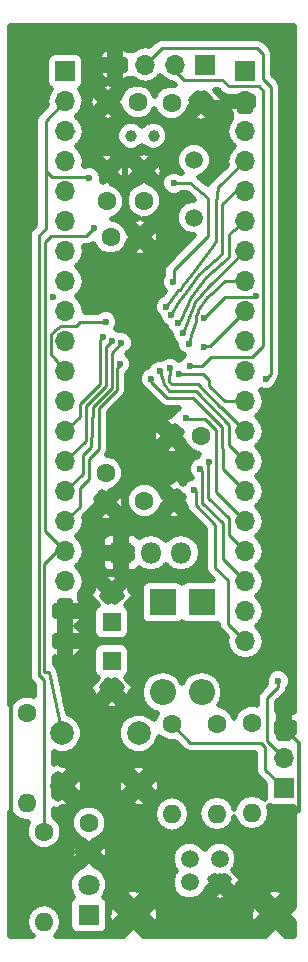
<source format=gbr>
G04 #@! TF.FileFunction,Copper,L2,Bot,Signal*
%FSLAX46Y46*%
G04 Gerber Fmt 4.6, Leading zero omitted, Abs format (unit mm)*
G04 Created by KiCad (PCBNEW 4.0.7) date 12/01/18 01:17:17*
%MOMM*%
%LPD*%
G01*
G04 APERTURE LIST*
%ADD10C,0.100000*%
%ADD11R,1.700000X1.700000*%
%ADD12O,1.700000X1.700000*%
%ADD13C,2.000000*%
%ADD14C,1.500000*%
%ADD15R,1.800000X1.800000*%
%ADD16O,1.800000X1.800000*%
%ADD17C,1.600000*%
%ADD18C,1.000000*%
%ADD19R,1.600000X1.600000*%
%ADD20C,1.800000*%
%ADD21R,2.200000X2.200000*%
%ADD22O,2.200000X2.200000*%
%ADD23C,1.520000*%
%ADD24C,2.700000*%
%ADD25O,1.600000X1.600000*%
%ADD26C,0.600000*%
%ADD27C,0.250000*%
%ADD28C,0.350000*%
%ADD29C,0.500000*%
G04 APERTURE END LIST*
D10*
D11*
X61110000Y-34158000D03*
D12*
X61110000Y-36698000D03*
X61110000Y-39238000D03*
X61110000Y-41778000D03*
X61110000Y-44318000D03*
X61110000Y-46858000D03*
X61110000Y-49398000D03*
X61110000Y-51938000D03*
X61110000Y-54478000D03*
X61110000Y-57018000D03*
X61110000Y-59558000D03*
X61110000Y-62098000D03*
X61110000Y-64638000D03*
X61110000Y-67178000D03*
X61110000Y-69718000D03*
X61110000Y-72258000D03*
X61110000Y-74798000D03*
X61110000Y-77338000D03*
X61110000Y-79878000D03*
X61110000Y-82418000D03*
D13*
X60820300Y-94695400D03*
X60820300Y-90195400D03*
X67320300Y-94695400D03*
X67320300Y-90195400D03*
D14*
X72009000Y-41656000D03*
X72009000Y-46536000D03*
D15*
X65836800Y-74930000D03*
D16*
X68376800Y-74930000D03*
X70916800Y-74930000D03*
D11*
X76350000Y-34158000D03*
D12*
X76350000Y-36698000D03*
X76350000Y-39238000D03*
X76350000Y-41778000D03*
X76350000Y-44318000D03*
X76350000Y-46858000D03*
X76350000Y-49398000D03*
X76350000Y-51938000D03*
X76350000Y-54478000D03*
X76350000Y-57018000D03*
X76350000Y-59558000D03*
X76350000Y-62098000D03*
X76350000Y-64638000D03*
X76350000Y-67178000D03*
X76350000Y-69718000D03*
X76350000Y-72258000D03*
X76350000Y-74798000D03*
X76350000Y-77338000D03*
X76350000Y-79878000D03*
X76350000Y-82418000D03*
D17*
X67767200Y-45110400D03*
X67767200Y-42610400D03*
X64617600Y-45161200D03*
X64617600Y-42661200D03*
X70104000Y-36830000D03*
X72604000Y-36830000D03*
X67233800Y-36753800D03*
X64733800Y-36753800D03*
D11*
X72974200Y-33591500D03*
D12*
X70434200Y-33591500D03*
X67894200Y-33591500D03*
X65354200Y-33591500D03*
D18*
X66675000Y-39624000D03*
X68575000Y-39624000D03*
D17*
X67437000Y-48196500D03*
X64937000Y-48196500D03*
D19*
X65024000Y-84074000D03*
D17*
X65024000Y-86574000D03*
X70307200Y-70510400D03*
X67807200Y-70510400D03*
D19*
X65024000Y-80772000D03*
D17*
X65024000Y-78272000D03*
X63119000Y-97790000D03*
X63119000Y-100290000D03*
D15*
X63088520Y-105557320D03*
D20*
X63088520Y-103017320D03*
D21*
X69342000Y-79121000D03*
D22*
X69342000Y-86741000D03*
D21*
X72644000Y-79121000D03*
D22*
X72644000Y-86741000D03*
D23*
X71628000Y-100838000D03*
X74168000Y-100838000D03*
X74168000Y-102838000D03*
X71628000Y-102838000D03*
D24*
X66898000Y-105538000D03*
X78898000Y-105538000D03*
D17*
X70154800Y-89408000D03*
D25*
X70154800Y-97028000D03*
D17*
X76911200Y-89306400D03*
D25*
X76911200Y-96926400D03*
D17*
X73926700Y-89382600D03*
D25*
X73926700Y-97002600D03*
D17*
X57835800Y-88519000D03*
D25*
X57835800Y-96139000D03*
D17*
X59309000Y-98552000D03*
D25*
X59309000Y-106172000D03*
D17*
X64516000Y-70662800D03*
X64516000Y-68162800D03*
X70104000Y-64998600D03*
X72604000Y-64998600D03*
D11*
X79603600Y-94843600D03*
D12*
X79603600Y-92303600D03*
X79603600Y-89763600D03*
D26*
X70231000Y-52006500D03*
X63144400Y-43180000D03*
X70294500Y-43624500D03*
X68755260Y-53378100D03*
X65786000Y-52451000D03*
X67691000Y-55245000D03*
X58039000Y-53340000D03*
X60045600Y-53238400D03*
X64307720Y-52430680D03*
X63550800Y-47447200D03*
X71691500Y-59118500D03*
X78079600Y-60198000D03*
X69667120Y-54099460D03*
X70065900Y-54808120D03*
X70627240Y-55471060D03*
X71564500Y-57218580D03*
X72862440Y-57538620D03*
X64516000Y-55372000D03*
X70739000Y-59817000D03*
X64262000Y-56642000D03*
X69977000Y-59309000D03*
X65024000Y-56959500D03*
X69088000Y-59563000D03*
X65849500Y-57150000D03*
X68389500Y-60198000D03*
X65722500Y-58928000D03*
X71297800Y-63550800D03*
X73253600Y-67208400D03*
X72542400Y-67818000D03*
X72034400Y-69596000D03*
X72890380Y-55024020D03*
X77216000Y-53187600D03*
X79146400Y-85750400D03*
X71107300Y-56339740D03*
D27*
X70294500Y-50990500D02*
X73215500Y-48069500D01*
X70294500Y-51943000D02*
X70294500Y-50990500D01*
X70231000Y-52006500D02*
X70294500Y-51943000D01*
X58877200Y-85344000D02*
X58928000Y-85344000D01*
X59309000Y-85725000D02*
X59309000Y-86080600D01*
X58928000Y-85344000D02*
X59309000Y-85725000D01*
X59309000Y-86080600D02*
X59309000Y-98552000D01*
X59436000Y-42316400D02*
X59436000Y-47498000D01*
X58877200Y-48056800D02*
X58877200Y-85344000D01*
X59436000Y-47498000D02*
X58877200Y-48056800D01*
X59436000Y-38372000D02*
X61110000Y-36698000D01*
X59436000Y-42570400D02*
X59436000Y-42316400D01*
X59436000Y-42316400D02*
X59436000Y-38372000D01*
X59944000Y-43078400D02*
X59436000Y-42570400D01*
X63042800Y-43078400D02*
X59944000Y-43078400D01*
X63144400Y-43180000D02*
X63042800Y-43078400D01*
X71691500Y-43624500D02*
X70294500Y-43624500D01*
X73215500Y-44894500D02*
X71691500Y-43624500D01*
X73215500Y-48069500D02*
X73215500Y-44894500D01*
D28*
X63119000Y-100290000D02*
X57825000Y-100290000D01*
X56515000Y-86995000D02*
X56896000Y-86614000D01*
X56515000Y-98980000D02*
X56515000Y-86995000D01*
X57825000Y-100290000D02*
X56515000Y-98980000D01*
X80899000Y-96774000D02*
X80772000Y-96774000D01*
X80391000Y-104045000D02*
X78898000Y-105538000D01*
X80391000Y-97155000D02*
X80391000Y-104045000D01*
X80772000Y-96774000D02*
X80391000Y-97155000D01*
X78898000Y-105538000D02*
X79247000Y-105538000D01*
X80899000Y-91059000D02*
X79603600Y-89763600D01*
X80899000Y-96774000D02*
X80899000Y-91059000D01*
D29*
X72604000Y-36830000D02*
X76218000Y-36830000D01*
X76218000Y-36830000D02*
X76350000Y-36698000D01*
D27*
X60045600Y-53238400D02*
X60096400Y-53238400D01*
X64617600Y-45161200D02*
X64693800Y-45161200D01*
X61110000Y-39238000D02*
X61854000Y-39238000D01*
X59334400Y-85039200D02*
X59690000Y-85039200D01*
X60060840Y-86624160D02*
X60820300Y-90195400D01*
X59690000Y-85039200D02*
X60060840Y-86624160D01*
X61110000Y-74798000D02*
X60431600Y-74798000D01*
X60431600Y-74798000D02*
X59334400Y-75895200D01*
X59334400Y-75895200D02*
X59334400Y-85039200D01*
X59385200Y-73073200D02*
X61110000Y-74798000D01*
X59385200Y-48615600D02*
X59385200Y-73073200D01*
X59893200Y-48107600D02*
X59385200Y-48615600D01*
X62890400Y-48107600D02*
X59893200Y-48107600D01*
X63550800Y-47447200D02*
X62890400Y-48107600D01*
X61110000Y-74798000D02*
X61110000Y-75161000D01*
X61110000Y-74798000D02*
X61028500Y-74798000D01*
X70154800Y-89408000D02*
X70154800Y-89458800D01*
X70154800Y-89458800D02*
X71704200Y-91008200D01*
X78054200Y-93294200D02*
X79603600Y-94843600D01*
X78054200Y-91390598D02*
X78054200Y-93294200D01*
X77671802Y-91008200D02*
X78054200Y-91390598D01*
X71704200Y-91008200D02*
X77671802Y-91008200D01*
D28*
X70154800Y-89408000D02*
X70154800Y-89712800D01*
D27*
X77851000Y-56959500D02*
X77851000Y-57404000D01*
X74930000Y-35433000D02*
X74358500Y-34861500D01*
X77470000Y-35433000D02*
X74930000Y-35433000D01*
X77851000Y-35814000D02*
X77470000Y-35433000D01*
X77851000Y-56959500D02*
X77851000Y-35814000D01*
X71196200Y-34861500D02*
X74358500Y-34861500D01*
X70434200Y-34099500D02*
X71196200Y-34861500D01*
X77851000Y-57404000D02*
X76898500Y-58356500D01*
X76898500Y-58356500D02*
X73406000Y-58356500D01*
X73406000Y-58356500D02*
X72644000Y-59118500D01*
X72644000Y-59118500D02*
X71691500Y-59118500D01*
X70434200Y-33591500D02*
X70434200Y-34099500D01*
X69278500Y-32207200D02*
X67894200Y-33591500D01*
X77368400Y-32207200D02*
X69278500Y-32207200D01*
X77825600Y-32664400D02*
X77368400Y-32207200D01*
X77825600Y-34798000D02*
X77825600Y-32664400D01*
X78486000Y-35458400D02*
X77825600Y-34798000D01*
X78486000Y-59791600D02*
X78486000Y-35458400D01*
X78079600Y-60198000D02*
X78486000Y-59791600D01*
X61110000Y-34158000D02*
X61028500Y-34158000D01*
X73893680Y-48417480D02*
X73893680Y-48534320D01*
X73893680Y-48534320D02*
X73563480Y-49042320D01*
X71087473Y-52223207D02*
X70779537Y-52687174D01*
X71757540Y-51401980D02*
X71087473Y-52223207D01*
X73563480Y-49042320D02*
X71757540Y-51401980D01*
X69667120Y-54099460D02*
X70672857Y-52687174D01*
X70672857Y-52687174D02*
X70779537Y-52687174D01*
X74000360Y-43980320D02*
X76350000Y-41778000D01*
X73868280Y-45328840D02*
X74000360Y-43980320D01*
X73893680Y-45450760D02*
X73868280Y-45328840D01*
X73893680Y-48417480D02*
X73893680Y-45450760D01*
X76350000Y-41778000D02*
X75824000Y-41778000D01*
X76350000Y-41778000D02*
X76350000Y-42095280D01*
X74366120Y-49606200D02*
X74366120Y-45354240D01*
X74366120Y-45354240D02*
X75564920Y-44318000D01*
X75564920Y-44318000D02*
X76350000Y-44318000D01*
X70695820Y-53710840D02*
X70695820Y-53634640D01*
X72414427Y-51316830D02*
X74366120Y-49606200D01*
X71329180Y-52856535D02*
X72414427Y-51316830D01*
X70695820Y-53634640D02*
X71329180Y-52856535D01*
X70665340Y-53710840D02*
X70695820Y-53710840D01*
X70065900Y-54808120D02*
X70665340Y-53710840D01*
X70627240Y-55471060D02*
X70901560Y-55138320D01*
X70901560Y-55138320D02*
X71722527Y-53235399D01*
X74960480Y-47937640D02*
X76350000Y-46858000D01*
X74960480Y-49865280D02*
X74960480Y-47937640D01*
X72981820Y-51595020D02*
X74960480Y-49865280D01*
X71722527Y-53235399D02*
X72981820Y-51595020D01*
X76078000Y-46858000D02*
X76350000Y-46858000D01*
X76350000Y-51938000D02*
X74660680Y-51938000D01*
X71739760Y-56448960D02*
X71564500Y-57218580D01*
X72148426Y-55285036D02*
X71739760Y-56448960D01*
X72204580Y-54805580D02*
X72148426Y-55285036D01*
X72351900Y-54658260D02*
X72204580Y-54805580D01*
X72364600Y-54373780D02*
X72351900Y-54658260D01*
X73140751Y-53279657D02*
X72364600Y-54373780D01*
X73432877Y-53021794D02*
X73140751Y-53279657D01*
X74660680Y-51938000D02*
X73432877Y-53021794D01*
X73380820Y-57447180D02*
X76350000Y-54478000D01*
X72953880Y-57447180D02*
X73380820Y-57447180D01*
X72862440Y-57538620D02*
X72953880Y-57447180D01*
X76078000Y-54478000D02*
X76350000Y-54478000D01*
X59880500Y-58074500D02*
X61110000Y-59558000D01*
X59880500Y-56515000D02*
X59880500Y-58074500D01*
X60198000Y-56070500D02*
X59880500Y-56515000D01*
X60515500Y-55880000D02*
X60198000Y-56070500D01*
X60706000Y-55753000D02*
X60515500Y-55880000D01*
X61976000Y-55753000D02*
X60706000Y-55753000D01*
X62357000Y-55372000D02*
X61976000Y-55753000D01*
X64516000Y-55372000D02*
X62357000Y-55372000D01*
X74607500Y-62098000D02*
X76350000Y-62098000D01*
X73279000Y-60769500D02*
X74607500Y-62098000D01*
X73279000Y-60325000D02*
X73279000Y-60769500D01*
X72771000Y-59817000D02*
X73279000Y-60325000D01*
X70739000Y-59817000D02*
X72771000Y-59817000D01*
X62357000Y-62357000D02*
X62357000Y-62293500D01*
X62357000Y-62293500D02*
X63373000Y-61277500D01*
X62357000Y-63391000D02*
X61110000Y-64638000D01*
X62357000Y-62357000D02*
X62357000Y-63391000D01*
X64008000Y-60642500D02*
X63373000Y-61277500D01*
X64008000Y-56896000D02*
X64008000Y-60642500D01*
X64262000Y-56642000D02*
X64008000Y-56896000D01*
X74259500Y-62547500D02*
X76350000Y-64638000D01*
X74231500Y-62547500D02*
X74259500Y-62547500D01*
X72326500Y-60642500D02*
X74231500Y-62547500D01*
X70104000Y-60642500D02*
X72326500Y-60642500D01*
X69913500Y-60452000D02*
X70104000Y-60642500D01*
X69977000Y-59309000D02*
X69913500Y-60452000D01*
X76004500Y-64638000D02*
X76350000Y-64638000D01*
X62865000Y-65423000D02*
X61110000Y-67178000D01*
X62865000Y-62484000D02*
X62865000Y-65423000D01*
X64516000Y-60833000D02*
X62865000Y-62484000D01*
X64516000Y-57467500D02*
X64516000Y-60833000D01*
X65024000Y-56959500D02*
X64516000Y-57467500D01*
X69088000Y-59563000D02*
X69469000Y-60642500D01*
X72263000Y-61341000D02*
X74993500Y-64071500D01*
X74993500Y-64071500D02*
X74993500Y-65821500D01*
X76350000Y-67178000D02*
X74993500Y-65821500D01*
X72136000Y-61214000D02*
X72263000Y-61341000D01*
X69913500Y-61214000D02*
X72136000Y-61214000D01*
X69469000Y-60642500D02*
X69913500Y-61214000D01*
X62611000Y-68217000D02*
X61110000Y-69718000D01*
X62611000Y-66611500D02*
X62611000Y-68217000D01*
X63306960Y-65958720D02*
X62611000Y-66611500D01*
X63436500Y-62548898D02*
X63306960Y-65958720D01*
X65024000Y-60961398D02*
X63436500Y-62548898D01*
X65024000Y-57975500D02*
X65024000Y-60961398D01*
X65849500Y-57150000D02*
X65024000Y-57975500D01*
X68389500Y-60198000D02*
X68389500Y-60452000D01*
X68389500Y-60452000D02*
X69723000Y-61785500D01*
X76350000Y-69718000D02*
X74485500Y-67853500D01*
X74410237Y-64235260D02*
X74485500Y-67853500D01*
X71882000Y-61785500D02*
X74410237Y-64235260D01*
X69723000Y-61785500D02*
X71882000Y-61785500D01*
X68389500Y-60198000D02*
X68453000Y-60261500D01*
X65722500Y-58928000D02*
X65722500Y-58997002D01*
X65474002Y-59245500D02*
X65474002Y-61147794D01*
X65722500Y-58997002D02*
X65474002Y-59245500D01*
X62357000Y-71011000D02*
X61110000Y-72258000D01*
X62357000Y-69469000D02*
X62357000Y-71011000D01*
X63119000Y-68707000D02*
X62357000Y-69469000D01*
X63119000Y-66992500D02*
X63119000Y-68707000D01*
X63944500Y-66167000D02*
X63119000Y-66992500D01*
X63944500Y-62677296D02*
X63944500Y-66167000D01*
X65474002Y-61147794D02*
X63944500Y-62677296D01*
X73888600Y-69796600D02*
X76350000Y-72258000D01*
X73888600Y-64541400D02*
X73888600Y-69796600D01*
X72923400Y-63576200D02*
X73888600Y-64541400D01*
X71323200Y-63576200D02*
X72923400Y-63576200D01*
X71297800Y-63550800D02*
X71323200Y-63576200D01*
X74930000Y-73378000D02*
X76350000Y-74798000D01*
X74930000Y-71983600D02*
X74930000Y-73378000D01*
X73202800Y-70256400D02*
X74930000Y-71983600D01*
X73202800Y-67259200D02*
X73202800Y-70256400D01*
X73253600Y-67208400D02*
X73202800Y-67259200D01*
X74422000Y-75410000D02*
X76350000Y-77338000D01*
X74422000Y-72440800D02*
X74422000Y-75410000D01*
X72694800Y-70713600D02*
X74422000Y-72440800D01*
X72694800Y-67970400D02*
X72694800Y-70713600D01*
X72542400Y-67818000D02*
X72694800Y-67970400D01*
X74879200Y-80947200D02*
X76350000Y-82418000D01*
X74879200Y-77266800D02*
X74879200Y-80947200D01*
X73812400Y-76200000D02*
X74879200Y-77266800D01*
X73812400Y-72542400D02*
X73812400Y-76200000D01*
X72136000Y-70866000D02*
X73812400Y-72542400D01*
X72136000Y-69697600D02*
X72136000Y-70866000D01*
X72034400Y-69596000D02*
X72136000Y-69697600D01*
X77139800Y-53263800D02*
X77216000Y-53187600D01*
X74665840Y-53263800D02*
X77139800Y-53263800D01*
X72890380Y-55024020D02*
X74665840Y-53263800D01*
X79146400Y-85750400D02*
X79146400Y-86258400D01*
X78181200Y-90881200D02*
X79603600Y-92303600D01*
X78181200Y-87223600D02*
X78181200Y-90881200D01*
X79146400Y-86258400D02*
X78181200Y-87223600D01*
X73168447Y-52403706D02*
X76350000Y-49398000D01*
X72129470Y-53725849D02*
X73168447Y-52403706D01*
X71511976Y-55228116D02*
X72129470Y-53725849D01*
X71097140Y-56329580D02*
X71511976Y-55228116D01*
X71107300Y-56339740D02*
X71097140Y-56329580D01*
X76350000Y-49398000D02*
X76078000Y-49398000D01*
D29*
X74168000Y-100838000D02*
X74168000Y-100650040D01*
G36*
X80455000Y-88433534D02*
X80265974Y-88298328D01*
X80028600Y-88402250D01*
X80028600Y-89338600D01*
X80453600Y-89338600D01*
X80453600Y-90188600D01*
X80028600Y-90188600D01*
X80028600Y-90613600D01*
X79178600Y-90613600D01*
X79178600Y-90188600D01*
X79056200Y-90188600D01*
X79056200Y-89338600D01*
X79178600Y-89338600D01*
X79178600Y-88402250D01*
X79056200Y-88348663D01*
X79056200Y-87586036D01*
X79765118Y-86877118D01*
X79954795Y-86593248D01*
X79984849Y-86442153D01*
X79996045Y-86385867D01*
X80036028Y-86345954D01*
X80196218Y-85960174D01*
X80196582Y-85542458D01*
X80037066Y-85156400D01*
X79741954Y-84860772D01*
X79356174Y-84700582D01*
X78938458Y-84700218D01*
X78552400Y-84859734D01*
X78256772Y-85154846D01*
X78096582Y-85540626D01*
X78096218Y-85958342D01*
X78129200Y-86038164D01*
X77562482Y-86604882D01*
X77372805Y-86888752D01*
X77306200Y-87223600D01*
X77306200Y-87792103D01*
X77220867Y-87756670D01*
X76604239Y-87756132D01*
X76034343Y-87991608D01*
X75597940Y-88427249D01*
X75403020Y-88896670D01*
X75241492Y-88505743D01*
X74805851Y-88069340D01*
X74236367Y-87832870D01*
X74120945Y-87832769D01*
X74353177Y-87485208D01*
X74494000Y-86777244D01*
X74494000Y-86704756D01*
X74353177Y-85996792D01*
X73952148Y-85396608D01*
X73351964Y-84995579D01*
X72644000Y-84854756D01*
X71936036Y-84995579D01*
X71335852Y-85396608D01*
X70993000Y-85909724D01*
X70650148Y-85396608D01*
X70049964Y-84995579D01*
X69342000Y-84854756D01*
X68634036Y-84995579D01*
X68033852Y-85396608D01*
X67632823Y-85996792D01*
X67492000Y-86704756D01*
X67492000Y-86777244D01*
X67632823Y-87485208D01*
X68033852Y-88085392D01*
X68634036Y-88486421D01*
X68842503Y-88527888D01*
X68841540Y-88528849D01*
X68632330Y-89032684D01*
X68312890Y-88712687D01*
X67669924Y-88445704D01*
X66973731Y-88445096D01*
X66330299Y-88710957D01*
X65837587Y-89202810D01*
X65570604Y-89845776D01*
X65569996Y-90541969D01*
X65835857Y-91185401D01*
X66327710Y-91678113D01*
X66970676Y-91945096D01*
X67666869Y-91945704D01*
X68310301Y-91679843D01*
X68803013Y-91187990D01*
X69069996Y-90545024D01*
X69070022Y-90515273D01*
X69275649Y-90721260D01*
X69845133Y-90957730D01*
X70416792Y-90958229D01*
X71085481Y-91626918D01*
X71369351Y-91816595D01*
X71424906Y-91827645D01*
X71704200Y-91883200D01*
X77179200Y-91883200D01*
X77179200Y-93294200D01*
X77245805Y-93629048D01*
X77435482Y-93912918D01*
X77988907Y-94466343D01*
X77988907Y-95693600D01*
X78009603Y-95803591D01*
X78007216Y-95800018D01*
X77504359Y-95464021D01*
X76911200Y-95346034D01*
X76318041Y-95464021D01*
X75815184Y-95800018D01*
X75479187Y-96302875D01*
X75411371Y-96643806D01*
X75358713Y-96379075D01*
X75022716Y-95876218D01*
X74519859Y-95540221D01*
X73926700Y-95422234D01*
X73333541Y-95540221D01*
X72830684Y-95876218D01*
X72494687Y-96379075D01*
X72376700Y-96972234D01*
X72376700Y-97032966D01*
X72494687Y-97626125D01*
X72830684Y-98128982D01*
X73333541Y-98464979D01*
X73926700Y-98582966D01*
X74519859Y-98464979D01*
X75022716Y-98128982D01*
X75358713Y-97626125D01*
X75426529Y-97285194D01*
X75479187Y-97549925D01*
X75815184Y-98052782D01*
X76318041Y-98388779D01*
X76911200Y-98506766D01*
X77504359Y-98388779D01*
X78007216Y-98052782D01*
X78343213Y-97549925D01*
X78461200Y-96956766D01*
X78461200Y-96896034D01*
X78347367Y-96323757D01*
X78456092Y-96398046D01*
X78753600Y-96458293D01*
X80453600Y-96458293D01*
X80455000Y-96458030D01*
X80455000Y-104935595D01*
X79852594Y-105538000D01*
X80455000Y-106140405D01*
X80455000Y-107379000D01*
X79682027Y-107379000D01*
X79721699Y-107316294D01*
X78898000Y-106492594D01*
X78074301Y-107316294D01*
X78113973Y-107379000D01*
X67682027Y-107379000D01*
X67721699Y-107316294D01*
X66898000Y-106492594D01*
X66074301Y-107316294D01*
X66113973Y-107379000D01*
X60284362Y-107379000D01*
X60405016Y-107298382D01*
X60741013Y-106795525D01*
X60859000Y-106202366D01*
X60859000Y-106141634D01*
X60741013Y-105548475D01*
X60405016Y-105045618D01*
X59902159Y-104709621D01*
X59639225Y-104657320D01*
X61423827Y-104657320D01*
X61423827Y-106457320D01*
X61476124Y-106735253D01*
X61640382Y-106990518D01*
X61891012Y-107161766D01*
X62188520Y-107222013D01*
X63988520Y-107222013D01*
X64266453Y-107169716D01*
X64521718Y-107005458D01*
X64692966Y-106754828D01*
X64753213Y-106457320D01*
X64753213Y-105717992D01*
X64756252Y-105717992D01*
X64850403Y-106191321D01*
X65119706Y-106361699D01*
X65943406Y-105538000D01*
X67852594Y-105538000D01*
X68676294Y-106361699D01*
X68945597Y-106191321D01*
X68999075Y-105717992D01*
X76756252Y-105717992D01*
X76850403Y-106191321D01*
X77119706Y-106361699D01*
X77943406Y-105538000D01*
X77119706Y-104714301D01*
X76850403Y-104884679D01*
X76756252Y-105717992D01*
X68999075Y-105717992D01*
X69039748Y-105358008D01*
X68945597Y-104884679D01*
X68676294Y-104714301D01*
X67852594Y-105538000D01*
X65943406Y-105538000D01*
X65119706Y-104714301D01*
X64850403Y-104884679D01*
X64756252Y-105717992D01*
X64753213Y-105717992D01*
X64753213Y-104657320D01*
X64700916Y-104379387D01*
X64536658Y-104124122D01*
X64405232Y-104034322D01*
X64486506Y-103953190D01*
X64566847Y-103759706D01*
X66074301Y-103759706D01*
X66898000Y-104583406D01*
X67721699Y-103759706D01*
X67551321Y-103490403D01*
X66718008Y-103396252D01*
X66244679Y-103490403D01*
X66074301Y-103759706D01*
X64566847Y-103759706D01*
X64738233Y-103346965D01*
X64738805Y-102690555D01*
X64488137Y-102083891D01*
X64024390Y-101619334D01*
X63781998Y-101518684D01*
X63400355Y-101137040D01*
X70117738Y-101137040D01*
X70347138Y-101692229D01*
X70492536Y-101837882D01*
X70348630Y-101981537D01*
X70118262Y-102536325D01*
X70117738Y-103137040D01*
X70347138Y-103692229D01*
X70771537Y-104117370D01*
X71326325Y-104347738D01*
X71927040Y-104348262D01*
X72482229Y-104118862D01*
X72572481Y-104028767D01*
X73514634Y-104028767D01*
X73593534Y-104275179D01*
X74187247Y-104385619D01*
X74742466Y-104275179D01*
X74821366Y-104028767D01*
X74552305Y-103759706D01*
X78074301Y-103759706D01*
X78898000Y-104583406D01*
X79721699Y-103759706D01*
X79551321Y-103490403D01*
X78718008Y-103396252D01*
X78244679Y-103490403D01*
X78074301Y-103759706D01*
X74552305Y-103759706D01*
X74168000Y-103375401D01*
X73514634Y-104028767D01*
X72572481Y-104028767D01*
X72907370Y-103694463D01*
X73001978Y-103466621D01*
X73630599Y-102838000D01*
X73361899Y-102569300D01*
X73666454Y-102264744D01*
X73866325Y-102347738D01*
X74467040Y-102348262D01*
X74669436Y-102264634D01*
X74974102Y-102569300D01*
X74705401Y-102838000D01*
X75358767Y-103491366D01*
X75605179Y-103412466D01*
X75660911Y-103112859D01*
X76142839Y-102630931D01*
X75326765Y-101814857D01*
X75447370Y-101694463D01*
X75677738Y-101139675D01*
X75678262Y-100538960D01*
X75448862Y-99983771D01*
X75024463Y-99558630D01*
X74469675Y-99328262D01*
X73868960Y-99327738D01*
X73313771Y-99557138D01*
X72897647Y-99972536D01*
X72484463Y-99558630D01*
X71929675Y-99328262D01*
X71328960Y-99327738D01*
X70773771Y-99557138D01*
X70348630Y-99981537D01*
X70118262Y-100536325D01*
X70117738Y-101137040D01*
X63400355Y-101137040D01*
X63119000Y-100855685D01*
X62499141Y-101475545D01*
X62155091Y-101617703D01*
X61690534Y-102081450D01*
X61438807Y-102687675D01*
X61438235Y-103344085D01*
X61688903Y-103950749D01*
X61772067Y-104034059D01*
X61655322Y-104109182D01*
X61484074Y-104359812D01*
X61423827Y-104657320D01*
X59639225Y-104657320D01*
X59309000Y-104591634D01*
X58715841Y-104709621D01*
X58212984Y-105045618D01*
X57876987Y-105548475D01*
X57759000Y-106141634D01*
X57759000Y-106202366D01*
X57876987Y-106795525D01*
X58212984Y-107298382D01*
X58333638Y-107379000D01*
X56451000Y-107379000D01*
X56451000Y-100320064D01*
X61530761Y-100320064D01*
X61640154Y-100870017D01*
X61888195Y-100955119D01*
X62553315Y-100290000D01*
X63684685Y-100290000D01*
X64349805Y-100955119D01*
X64597846Y-100870017D01*
X64707239Y-100259936D01*
X64597846Y-99709983D01*
X64349805Y-99624881D01*
X63684685Y-100290000D01*
X62553315Y-100290000D01*
X61888195Y-99624881D01*
X61640154Y-99709983D01*
X61530761Y-100320064D01*
X56451000Y-100320064D01*
X56451000Y-96833185D01*
X56739784Y-97265382D01*
X57242641Y-97601379D01*
X57835800Y-97719366D01*
X57989085Y-97688876D01*
X57759270Y-98242333D01*
X57758732Y-98858961D01*
X57994208Y-99428857D01*
X58429849Y-99865260D01*
X58999333Y-100101730D01*
X59615961Y-100102268D01*
X60185857Y-99866792D01*
X60622260Y-99431151D01*
X60858730Y-98861667D01*
X60859268Y-98245039D01*
X60798084Y-98096961D01*
X61568732Y-98096961D01*
X61804208Y-98666857D01*
X62239849Y-99103260D01*
X62681218Y-99286532D01*
X63119000Y-99724315D01*
X63557325Y-99285990D01*
X63995857Y-99104792D01*
X64432260Y-98669151D01*
X64668730Y-98099667D01*
X64669268Y-97483039D01*
X64468703Y-96997634D01*
X68604800Y-96997634D01*
X68604800Y-97058366D01*
X68722787Y-97651525D01*
X69058784Y-98154382D01*
X69561641Y-98490379D01*
X70154800Y-98608366D01*
X70747959Y-98490379D01*
X71250816Y-98154382D01*
X71586813Y-97651525D01*
X71704800Y-97058366D01*
X71704800Y-96997634D01*
X71586813Y-96404475D01*
X71250816Y-95901618D01*
X70747959Y-95565621D01*
X70154800Y-95447634D01*
X69561641Y-95565621D01*
X69058784Y-95901618D01*
X68722787Y-96404475D01*
X68604800Y-96997634D01*
X64468703Y-96997634D01*
X64433792Y-96913143D01*
X63998151Y-96476740D01*
X63428667Y-96240270D01*
X62812039Y-96239732D01*
X62242143Y-96475208D01*
X61805740Y-96910849D01*
X61569270Y-97480333D01*
X61568732Y-98096961D01*
X60798084Y-98096961D01*
X60623792Y-97675143D01*
X60188151Y-97238740D01*
X60184000Y-97237016D01*
X60184000Y-96587068D01*
X60440201Y-96843269D01*
X60811608Y-96471862D01*
X60904658Y-96485855D01*
X61427541Y-96381848D01*
X61543645Y-96125852D01*
X66596955Y-96125852D01*
X66713059Y-96381848D01*
X67404658Y-96485855D01*
X67927541Y-96381848D01*
X68043645Y-96125852D01*
X67320300Y-95402507D01*
X66596955Y-96125852D01*
X61543645Y-96125852D01*
X60820300Y-95402507D01*
X60466747Y-95756061D01*
X60184000Y-95473314D01*
X60184000Y-94695400D01*
X61527407Y-94695400D01*
X62250752Y-95418745D01*
X62506748Y-95302641D01*
X62585382Y-94779758D01*
X65529845Y-94779758D01*
X65633852Y-95302641D01*
X65889848Y-95418745D01*
X66613193Y-94695400D01*
X68027407Y-94695400D01*
X68750752Y-95418745D01*
X69006748Y-95302641D01*
X69110755Y-94611042D01*
X69006748Y-94088159D01*
X68750752Y-93972055D01*
X68027407Y-94695400D01*
X66613193Y-94695400D01*
X65889848Y-93972055D01*
X65633852Y-94088159D01*
X65529845Y-94779758D01*
X62585382Y-94779758D01*
X62610755Y-94611042D01*
X62506748Y-94088159D01*
X62250752Y-93972055D01*
X61527407Y-94695400D01*
X60184000Y-94695400D01*
X60184000Y-93917486D01*
X60466747Y-93634740D01*
X60820300Y-93988293D01*
X61543645Y-93264948D01*
X66596955Y-93264948D01*
X67320300Y-93988293D01*
X68043645Y-93264948D01*
X67927541Y-93008952D01*
X67235942Y-92904945D01*
X66713059Y-93008952D01*
X66596955Y-93264948D01*
X61543645Y-93264948D01*
X61427541Y-93008952D01*
X60808531Y-92915861D01*
X60440201Y-92547531D01*
X60184000Y-92803732D01*
X60184000Y-91826058D01*
X60470676Y-91945096D01*
X61166869Y-91945704D01*
X61810301Y-91679843D01*
X62303013Y-91187990D01*
X62569996Y-90545024D01*
X62570604Y-89848831D01*
X62304743Y-89205399D01*
X61812890Y-88712687D01*
X61359518Y-88524430D01*
X61206483Y-87804805D01*
X64358881Y-87804805D01*
X64443983Y-88052846D01*
X65054064Y-88162239D01*
X65604017Y-88052846D01*
X65689119Y-87804805D01*
X65024000Y-87139685D01*
X64358881Y-87804805D01*
X61206483Y-87804805D01*
X60916701Y-86442153D01*
X60913133Y-86433850D01*
X60912830Y-86424816D01*
X60892540Y-86338093D01*
X63020323Y-86338093D01*
X63472874Y-86790643D01*
X63545154Y-87154017D01*
X63793195Y-87239119D01*
X64458315Y-86574000D01*
X64175472Y-86291157D01*
X64741157Y-85725472D01*
X65024000Y-86008315D01*
X65306843Y-85725472D01*
X65872528Y-86291157D01*
X65589685Y-86574000D01*
X66254805Y-87239119D01*
X66502846Y-87154017D01*
X66566446Y-86799323D01*
X67027677Y-86338093D01*
X66207834Y-85518250D01*
X66357198Y-85422138D01*
X66528446Y-85171508D01*
X66588693Y-84874000D01*
X66588693Y-83274000D01*
X66536396Y-82996067D01*
X66372138Y-82740802D01*
X66121508Y-82569554D01*
X65824000Y-82509307D01*
X64224000Y-82509307D01*
X63946067Y-82561604D01*
X63690802Y-82725862D01*
X63519554Y-82976492D01*
X63459307Y-83274000D01*
X63459307Y-84874000D01*
X63511604Y-85151933D01*
X63675862Y-85407198D01*
X63839446Y-85518970D01*
X63020323Y-86338093D01*
X60892540Y-86338093D01*
X60541990Y-84839856D01*
X60512372Y-84774621D01*
X60498395Y-84704352D01*
X60442467Y-84620651D01*
X60400851Y-84528988D01*
X60348521Y-84480051D01*
X60308718Y-84420482D01*
X60225016Y-84364554D01*
X60209400Y-84349950D01*
X60209400Y-83712874D01*
X60447626Y-83883272D01*
X60685000Y-83779350D01*
X60685000Y-82843000D01*
X61535000Y-82843000D01*
X61535000Y-83779350D01*
X61772374Y-83883272D01*
X62282689Y-83518255D01*
X62575241Y-83080369D01*
X62463336Y-82843000D01*
X61535000Y-82843000D01*
X60685000Y-82843000D01*
X60260000Y-82843000D01*
X60260000Y-81993000D01*
X60685000Y-81993000D01*
X60685000Y-80303000D01*
X61535000Y-80303000D01*
X61535000Y-81993000D01*
X62463336Y-81993000D01*
X62575241Y-81755631D01*
X62282689Y-81317745D01*
X62045376Y-81148000D01*
X62282689Y-80978255D01*
X62575241Y-80540369D01*
X62463336Y-80303000D01*
X61535000Y-80303000D01*
X60685000Y-80303000D01*
X60260000Y-80303000D01*
X60260000Y-79453000D01*
X60685000Y-79453000D01*
X60685000Y-79028000D01*
X61535000Y-79028000D01*
X61535000Y-79453000D01*
X62463336Y-79453000D01*
X62575241Y-79215631D01*
X62360002Y-78893466D01*
X62360002Y-78507907D01*
X63020323Y-78507907D01*
X63840166Y-79327750D01*
X63690802Y-79423862D01*
X63519554Y-79674492D01*
X63459307Y-79972000D01*
X63459307Y-81572000D01*
X63511604Y-81849933D01*
X63675862Y-82105198D01*
X63926492Y-82276446D01*
X64224000Y-82336693D01*
X65824000Y-82336693D01*
X66101933Y-82284396D01*
X66357198Y-82120138D01*
X66528446Y-81869508D01*
X66588693Y-81572000D01*
X66588693Y-79972000D01*
X66536396Y-79694067D01*
X66372138Y-79438802D01*
X66208554Y-79327030D01*
X67027677Y-78507907D01*
X66575126Y-78055357D01*
X66502846Y-77691983D01*
X66254805Y-77606881D01*
X65589685Y-78272000D01*
X65872528Y-78554843D01*
X65306843Y-79120528D01*
X65024000Y-78837685D01*
X64741157Y-79120528D01*
X64175472Y-78554843D01*
X64458315Y-78272000D01*
X63793195Y-77606881D01*
X63545154Y-77691983D01*
X63481554Y-78046677D01*
X63020323Y-78507907D01*
X62360002Y-78507907D01*
X62360002Y-78338739D01*
X62619553Y-77950293D01*
X62741346Y-77338000D01*
X62682308Y-77041195D01*
X64358881Y-77041195D01*
X65024000Y-77706315D01*
X65689119Y-77041195D01*
X65604017Y-76793154D01*
X64993936Y-76683761D01*
X64443983Y-76793154D01*
X64358881Y-77041195D01*
X62682308Y-77041195D01*
X62619553Y-76725707D01*
X62272717Y-76206629D01*
X62065244Y-76068000D01*
X62272717Y-75929371D01*
X62513174Y-75569500D01*
X64178800Y-75569500D01*
X64178800Y-75980775D01*
X64294198Y-76259372D01*
X64507427Y-76472601D01*
X64786024Y-76588000D01*
X65197300Y-76588000D01*
X65386800Y-76398500D01*
X65386800Y-75380000D01*
X64368300Y-75380000D01*
X64178800Y-75569500D01*
X62513174Y-75569500D01*
X62619553Y-75410293D01*
X62741346Y-74798000D01*
X62619553Y-74185707D01*
X62414769Y-73879225D01*
X64178800Y-73879225D01*
X64178800Y-74290500D01*
X64368300Y-74480000D01*
X65386800Y-74480000D01*
X65386800Y-73461500D01*
X66286800Y-73461500D01*
X66286800Y-74480000D01*
X66736800Y-74480000D01*
X66736800Y-74717219D01*
X66694475Y-74930000D01*
X66736800Y-75142781D01*
X66736800Y-75380000D01*
X66286800Y-75380000D01*
X66286800Y-76398500D01*
X66476300Y-76588000D01*
X66887576Y-76588000D01*
X67166173Y-76472601D01*
X67379402Y-76259372D01*
X67388455Y-76237516D01*
X67713047Y-76454401D01*
X68344475Y-76580000D01*
X68409125Y-76580000D01*
X69040553Y-76454401D01*
X69575851Y-76096726D01*
X69646800Y-75990543D01*
X69717749Y-76096726D01*
X70253047Y-76454401D01*
X70884475Y-76580000D01*
X70949125Y-76580000D01*
X71580553Y-76454401D01*
X72115851Y-76096726D01*
X72473526Y-75561428D01*
X72599125Y-74930000D01*
X72473526Y-74298572D01*
X72115851Y-73763274D01*
X71580553Y-73405599D01*
X70949125Y-73280000D01*
X70884475Y-73280000D01*
X70253047Y-73405599D01*
X69717749Y-73763274D01*
X69646800Y-73869457D01*
X69575851Y-73763274D01*
X69040553Y-73405599D01*
X68409125Y-73280000D01*
X68344475Y-73280000D01*
X67713047Y-73405599D01*
X67388455Y-73622484D01*
X67379402Y-73600628D01*
X67166173Y-73387399D01*
X66887576Y-73272000D01*
X66476300Y-73272000D01*
X66286800Y-73461500D01*
X65386800Y-73461500D01*
X65197300Y-73272000D01*
X64786024Y-73272000D01*
X64507427Y-73387399D01*
X64294198Y-73600628D01*
X64178800Y-73879225D01*
X62414769Y-73879225D01*
X62272717Y-73666629D01*
X62065244Y-73528000D01*
X62272717Y-73389371D01*
X62619553Y-72870293D01*
X62741346Y-72258000D01*
X62675992Y-71929445D01*
X62711832Y-71893605D01*
X63850881Y-71893605D01*
X63935983Y-72141646D01*
X64546064Y-72251039D01*
X65096017Y-72141646D01*
X65181119Y-71893605D01*
X64516000Y-71228485D01*
X63850881Y-71893605D01*
X62711832Y-71893605D01*
X62975718Y-71629719D01*
X63165395Y-71345849D01*
X63176387Y-71290587D01*
X63285195Y-71327919D01*
X63950315Y-70662800D01*
X65081685Y-70662800D01*
X65746805Y-71327919D01*
X65994846Y-71242817D01*
X66071134Y-70817361D01*
X66256932Y-70817361D01*
X66492408Y-71387257D01*
X66928049Y-71823660D01*
X67497533Y-72060130D01*
X68114161Y-72060668D01*
X68684057Y-71825192D01*
X68768190Y-71741205D01*
X69642081Y-71741205D01*
X69727183Y-71989246D01*
X70337264Y-72098639D01*
X70887217Y-71989246D01*
X70972319Y-71741205D01*
X70307200Y-71076085D01*
X69642081Y-71741205D01*
X68768190Y-71741205D01*
X69120460Y-71389551D01*
X69303732Y-70948182D01*
X69741515Y-70510400D01*
X69303190Y-70072075D01*
X69121992Y-69633543D01*
X68686351Y-69197140D01*
X68116867Y-68960670D01*
X67500239Y-68960132D01*
X66930343Y-69195608D01*
X66493940Y-69631249D01*
X66257470Y-70200733D01*
X66256932Y-70817361D01*
X66071134Y-70817361D01*
X66104239Y-70632736D01*
X65994846Y-70082783D01*
X65746805Y-69997681D01*
X65081685Y-70662800D01*
X63950315Y-70662800D01*
X63667472Y-70379957D01*
X64233157Y-69814272D01*
X64516000Y-70097115D01*
X64954325Y-69658790D01*
X65392857Y-69477592D01*
X65829260Y-69041951D01*
X66065730Y-68472467D01*
X66066268Y-67855839D01*
X65830792Y-67285943D01*
X65395151Y-66849540D01*
X64825667Y-66613070D01*
X64678665Y-66612942D01*
X64752895Y-66501849D01*
X64776296Y-66384200D01*
X64807086Y-66229405D01*
X69438881Y-66229405D01*
X69523983Y-66477446D01*
X70134064Y-66586839D01*
X70684017Y-66477446D01*
X70769119Y-66229405D01*
X70104000Y-65564285D01*
X69438881Y-66229405D01*
X64807086Y-66229405D01*
X64819500Y-66167000D01*
X64819500Y-65028664D01*
X68515761Y-65028664D01*
X68625154Y-65578617D01*
X68873195Y-65663719D01*
X69538315Y-64998600D01*
X68873195Y-64333481D01*
X68625154Y-64418583D01*
X68515761Y-65028664D01*
X64819500Y-65028664D01*
X64819500Y-63039732D01*
X66092720Y-61766513D01*
X66282397Y-61482643D01*
X66313356Y-61327000D01*
X66349002Y-61147794D01*
X66349002Y-59786221D01*
X66612128Y-59523554D01*
X66772318Y-59137774D01*
X66772682Y-58720058D01*
X66613166Y-58334000D01*
X66356308Y-58076693D01*
X66443500Y-58040666D01*
X66739128Y-57745554D01*
X66899318Y-57359774D01*
X66899682Y-56942058D01*
X66740166Y-56556000D01*
X66445054Y-56260372D01*
X66059274Y-56100182D01*
X65649455Y-56099825D01*
X65619554Y-56069872D01*
X65396086Y-55977080D01*
X65405628Y-55967554D01*
X65565818Y-55581774D01*
X65566182Y-55164058D01*
X65406666Y-54778000D01*
X65111554Y-54482372D01*
X64725774Y-54322182D01*
X64308058Y-54321818D01*
X63922000Y-54481334D01*
X63906307Y-54497000D01*
X62737567Y-54497000D01*
X62741346Y-54478000D01*
X62619553Y-53865707D01*
X62272717Y-53346629D01*
X62065244Y-53208000D01*
X62272717Y-53069371D01*
X62619553Y-52550293D01*
X62741346Y-51938000D01*
X62619553Y-51325707D01*
X62272717Y-50806629D01*
X62065244Y-50668000D01*
X62272717Y-50529371D01*
X62619553Y-50010293D01*
X62741346Y-49398000D01*
X62658718Y-48982600D01*
X62890400Y-48982600D01*
X63225248Y-48915995D01*
X63485371Y-48742185D01*
X63622208Y-49073357D01*
X64057849Y-49509760D01*
X64627333Y-49746230D01*
X65243961Y-49746768D01*
X65813857Y-49511292D01*
X65897990Y-49427305D01*
X66771881Y-49427305D01*
X66856983Y-49675346D01*
X67467064Y-49784739D01*
X68017017Y-49675346D01*
X68102119Y-49427305D01*
X67437000Y-48762185D01*
X66771881Y-49427305D01*
X65897990Y-49427305D01*
X66250260Y-49075651D01*
X66433532Y-48634282D01*
X66871315Y-48196500D01*
X68002685Y-48196500D01*
X68667805Y-48861619D01*
X68915846Y-48776517D01*
X69025239Y-48166436D01*
X68915846Y-47616483D01*
X68667805Y-47531381D01*
X68002685Y-48196500D01*
X66871315Y-48196500D01*
X66432990Y-47758175D01*
X66251792Y-47319643D01*
X65816151Y-46883240D01*
X65246667Y-46646770D01*
X65081491Y-46646626D01*
X65494457Y-46475992D01*
X65930860Y-46040351D01*
X66167330Y-45470867D01*
X66167376Y-45417361D01*
X66216932Y-45417361D01*
X66452408Y-45987257D01*
X66888049Y-46423660D01*
X67356689Y-46618256D01*
X66856983Y-46717654D01*
X66771881Y-46965695D01*
X67437000Y-47630815D01*
X68102119Y-46965695D01*
X68017017Y-46717654D01*
X67697375Y-46660339D01*
X68074161Y-46660668D01*
X68644057Y-46425192D01*
X69080460Y-45989551D01*
X69316930Y-45420067D01*
X69317468Y-44803439D01*
X69081992Y-44233543D01*
X68646351Y-43797140D01*
X68204982Y-43613868D01*
X67767200Y-43176085D01*
X67328875Y-43614410D01*
X66890343Y-43795608D01*
X66453940Y-44231249D01*
X66217470Y-44800733D01*
X66216932Y-45417361D01*
X66167376Y-45417361D01*
X66167868Y-44854239D01*
X65932392Y-44284343D01*
X65496751Y-43847940D01*
X65055382Y-43664668D01*
X64617600Y-43226885D01*
X64334757Y-43509728D01*
X64194236Y-43369207D01*
X64194582Y-42972058D01*
X64066139Y-42661200D01*
X65183285Y-42661200D01*
X65848405Y-43326319D01*
X66096446Y-43241217D01*
X66192217Y-42707106D01*
X66288354Y-43190417D01*
X66536395Y-43275519D01*
X67201515Y-42610400D01*
X68332885Y-42610400D01*
X68998005Y-43275519D01*
X69246046Y-43190417D01*
X69355439Y-42580336D01*
X69246046Y-42030383D01*
X68998005Y-41945281D01*
X68332885Y-42610400D01*
X67201515Y-42610400D01*
X66536395Y-41945281D01*
X66288354Y-42030383D01*
X66192583Y-42564494D01*
X66096446Y-42081183D01*
X65848405Y-41996081D01*
X65183285Y-42661200D01*
X64066139Y-42661200D01*
X64035066Y-42586000D01*
X63739954Y-42290372D01*
X63639285Y-42248570D01*
X63386795Y-41996081D01*
X63138754Y-42081183D01*
X63130003Y-42129987D01*
X62936458Y-42129818D01*
X62758376Y-42203400D01*
X62656728Y-42203400D01*
X62741346Y-41778000D01*
X62672203Y-41430395D01*
X63952481Y-41430395D01*
X64617600Y-42095515D01*
X65282719Y-41430395D01*
X65265290Y-41379595D01*
X67102081Y-41379595D01*
X67767200Y-42044715D01*
X68432319Y-41379595D01*
X68347217Y-41131554D01*
X67737136Y-41022161D01*
X67187183Y-41131554D01*
X67102081Y-41379595D01*
X65265290Y-41379595D01*
X65197617Y-41182354D01*
X64587536Y-41072961D01*
X64037583Y-41182354D01*
X63952481Y-41430395D01*
X62672203Y-41430395D01*
X62619553Y-41165707D01*
X62272717Y-40646629D01*
X62065244Y-40508000D01*
X62272717Y-40369371D01*
X62605349Y-39871550D01*
X65424783Y-39871550D01*
X65614684Y-40331143D01*
X65966007Y-40683081D01*
X66425269Y-40873783D01*
X66922550Y-40874217D01*
X67382143Y-40684316D01*
X67625116Y-40441768D01*
X67866007Y-40683081D01*
X68325269Y-40873783D01*
X68822550Y-40874217D01*
X69282143Y-40684316D01*
X69634081Y-40332993D01*
X69824783Y-39873731D01*
X69825217Y-39376450D01*
X69635316Y-38916857D01*
X69283993Y-38564919D01*
X68824731Y-38374217D01*
X68327450Y-38373783D01*
X67867857Y-38563684D01*
X67624884Y-38806232D01*
X67383993Y-38564919D01*
X66924731Y-38374217D01*
X66427450Y-38373783D01*
X65967857Y-38563684D01*
X65615919Y-38915007D01*
X65425217Y-39374269D01*
X65424783Y-39871550D01*
X62605349Y-39871550D01*
X62619553Y-39850293D01*
X62741346Y-39238000D01*
X62619553Y-38625707D01*
X62272717Y-38106629D01*
X62090096Y-37984605D01*
X64068681Y-37984605D01*
X64153783Y-38232646D01*
X64763864Y-38342039D01*
X65313817Y-38232646D01*
X65398919Y-37984605D01*
X64733800Y-37319485D01*
X64068681Y-37984605D01*
X62090096Y-37984605D01*
X62065244Y-37968000D01*
X62272717Y-37829371D01*
X62619553Y-37310293D01*
X62724266Y-36783864D01*
X63145561Y-36783864D01*
X63254954Y-37333817D01*
X63502995Y-37418919D01*
X64168115Y-36753800D01*
X65299485Y-36753800D01*
X65737810Y-37192125D01*
X65919008Y-37630657D01*
X66354649Y-38067060D01*
X66924133Y-38303530D01*
X67540761Y-38304068D01*
X68110657Y-38068592D01*
X68547060Y-37632951D01*
X68653126Y-37377514D01*
X68789208Y-37706857D01*
X69224849Y-38143260D01*
X69794333Y-38379730D01*
X70410961Y-38380268D01*
X70980857Y-38144792D01*
X71064990Y-38060805D01*
X71938881Y-38060805D01*
X72023983Y-38308846D01*
X72634064Y-38418239D01*
X73184017Y-38308846D01*
X73269119Y-38060805D01*
X72604000Y-37395685D01*
X71938881Y-38060805D01*
X71064990Y-38060805D01*
X71417260Y-37709151D01*
X71600532Y-37267782D01*
X72038315Y-36830000D01*
X71755472Y-36547157D01*
X72321157Y-35981472D01*
X72604000Y-36264315D01*
X72886843Y-35981472D01*
X73452528Y-36547157D01*
X73169685Y-36830000D01*
X73834805Y-37495119D01*
X74082846Y-37410017D01*
X74146446Y-37055323D01*
X74607677Y-36594093D01*
X73750084Y-35736500D01*
X73996064Y-35736500D01*
X74311282Y-36051718D01*
X74595152Y-36241395D01*
X74930000Y-36308000D01*
X76976000Y-36308000D01*
X76976000Y-37123000D01*
X76775000Y-37123000D01*
X76775000Y-37548000D01*
X75925000Y-37548000D01*
X75925000Y-37123000D01*
X74996664Y-37123000D01*
X74884759Y-37360369D01*
X75099998Y-37682534D01*
X75099998Y-38237261D01*
X74840447Y-38625707D01*
X74718654Y-39238000D01*
X74840447Y-39850293D01*
X75187283Y-40369371D01*
X75394756Y-40508000D01*
X75187283Y-40646629D01*
X74840447Y-41165707D01*
X74718654Y-41778000D01*
X74773945Y-42055967D01*
X73401979Y-43341912D01*
X73318914Y-43457920D01*
X73228455Y-43568266D01*
X73220068Y-43595968D01*
X73203220Y-43619498D01*
X73178700Y-43724838D01*
X72433311Y-43103681D01*
X72857572Y-42928380D01*
X73279897Y-42506791D01*
X73508739Y-41955677D01*
X73509260Y-41358941D01*
X73281380Y-40807428D01*
X72859791Y-40385103D01*
X72308677Y-40156261D01*
X71711941Y-40155740D01*
X71160428Y-40383620D01*
X70738103Y-40805209D01*
X70509261Y-41356323D01*
X70508740Y-41953059D01*
X70736620Y-42504572D01*
X70981121Y-42749500D01*
X70904656Y-42749500D01*
X70890054Y-42734872D01*
X70504274Y-42574682D01*
X70086558Y-42574318D01*
X69700500Y-42733834D01*
X69404872Y-43028946D01*
X69244682Y-43414726D01*
X69244318Y-43832442D01*
X69403834Y-44218500D01*
X69698946Y-44514128D01*
X70084726Y-44674318D01*
X70502442Y-44674682D01*
X70888500Y-44515166D01*
X70904193Y-44499500D01*
X71374706Y-44499500D01*
X72018516Y-45036008D01*
X71711941Y-45035740D01*
X71160428Y-45263620D01*
X70738103Y-45685209D01*
X70509261Y-46236323D01*
X70508740Y-46833059D01*
X70736620Y-47384572D01*
X71158209Y-47806897D01*
X71709323Y-48035739D01*
X72011560Y-48036003D01*
X69675782Y-50371782D01*
X69486105Y-50655652D01*
X69419500Y-50990500D01*
X69419500Y-51332954D01*
X69341372Y-51410946D01*
X69181182Y-51796726D01*
X69180818Y-52214442D01*
X69340334Y-52600500D01*
X69527128Y-52787621D01*
X69291436Y-53118588D01*
X69073120Y-53208794D01*
X68777492Y-53503906D01*
X68617302Y-53889686D01*
X68616938Y-54307402D01*
X68776454Y-54693460D01*
X69015790Y-54933215D01*
X69015718Y-55016062D01*
X69175234Y-55402120D01*
X69470346Y-55697748D01*
X69608509Y-55755118D01*
X69736574Y-56065060D01*
X70031686Y-56360688D01*
X70057272Y-56371312D01*
X70057118Y-56547682D01*
X70216634Y-56933740D01*
X70511746Y-57229368D01*
X70514489Y-57230507D01*
X70514318Y-57426522D01*
X70673834Y-57812580D01*
X70968946Y-58108208D01*
X71177465Y-58194793D01*
X71097500Y-58227834D01*
X70801872Y-58522946D01*
X70764879Y-58612034D01*
X70572554Y-58419372D01*
X70186774Y-58259182D01*
X69769058Y-58258818D01*
X69383000Y-58418334D01*
X69287995Y-58513173D01*
X68880058Y-58512818D01*
X68494000Y-58672334D01*
X68198372Y-58967446D01*
X68111446Y-59176788D01*
X67795500Y-59307334D01*
X67499872Y-59602446D01*
X67339682Y-59988226D01*
X67339318Y-60405942D01*
X67498834Y-60792000D01*
X67758062Y-61051681D01*
X67770782Y-61070718D01*
X69104282Y-62404219D01*
X69388152Y-62593895D01*
X69723000Y-62660500D01*
X70703433Y-62660500D01*
X70408172Y-62955246D01*
X70376501Y-63031517D01*
X70339907Y-62994923D01*
X69887357Y-63447474D01*
X69523983Y-63519754D01*
X69438881Y-63767795D01*
X70104000Y-64432915D01*
X70386843Y-64150072D01*
X70952528Y-64715757D01*
X70669685Y-64998600D01*
X71108010Y-65436925D01*
X71289208Y-65875457D01*
X71724849Y-66311860D01*
X72294333Y-66548330D01*
X72428484Y-66548447D01*
X72363972Y-66612846D01*
X72292407Y-66785193D01*
X71948400Y-66927334D01*
X71652772Y-67222446D01*
X71492582Y-67608226D01*
X71492218Y-68025942D01*
X71651734Y-68412000D01*
X71797332Y-68557853D01*
X71440400Y-68705334D01*
X71144772Y-69000446D01*
X71113101Y-69076717D01*
X70543107Y-68506723D01*
X70090557Y-68959274D01*
X69727183Y-69031554D01*
X69642081Y-69279595D01*
X70307200Y-69944715D01*
X70590043Y-69661872D01*
X71155728Y-70227557D01*
X70872885Y-70510400D01*
X71269073Y-70906588D01*
X71305639Y-71090417D01*
X71327605Y-71200848D01*
X71517282Y-71484718D01*
X72937400Y-72904837D01*
X72937400Y-76200000D01*
X72999842Y-76513918D01*
X73004005Y-76534848D01*
X73193682Y-76818718D01*
X73631271Y-77256307D01*
X71544000Y-77256307D01*
X71266067Y-77308604D01*
X71010802Y-77472862D01*
X70995209Y-77495683D01*
X70990138Y-77487802D01*
X70739508Y-77316554D01*
X70442000Y-77256307D01*
X68242000Y-77256307D01*
X67964067Y-77308604D01*
X67708802Y-77472862D01*
X67537554Y-77723492D01*
X67477307Y-78021000D01*
X67477307Y-80221000D01*
X67529604Y-80498933D01*
X67693862Y-80754198D01*
X67944492Y-80925446D01*
X68242000Y-80985693D01*
X70442000Y-80985693D01*
X70719933Y-80933396D01*
X70975198Y-80769138D01*
X70990791Y-80746317D01*
X70995862Y-80754198D01*
X71246492Y-80925446D01*
X71544000Y-80985693D01*
X73744000Y-80985693D01*
X74004200Y-80936733D01*
X74004200Y-80947200D01*
X74016567Y-81009371D01*
X74070805Y-81282048D01*
X74260482Y-81565918D01*
X74784008Y-82089444D01*
X74718654Y-82418000D01*
X74840447Y-83030293D01*
X75187283Y-83549371D01*
X75706361Y-83896207D01*
X76318654Y-84018000D01*
X76381346Y-84018000D01*
X76993639Y-83896207D01*
X77512717Y-83549371D01*
X77859553Y-83030293D01*
X77981346Y-82418000D01*
X77859553Y-81805707D01*
X77512717Y-81286629D01*
X77305244Y-81148000D01*
X77512717Y-81009371D01*
X77859553Y-80490293D01*
X77981346Y-79878000D01*
X77859553Y-79265707D01*
X77512717Y-78746629D01*
X77305244Y-78608000D01*
X77512717Y-78469371D01*
X77859553Y-77950293D01*
X77981346Y-77338000D01*
X77859553Y-76725707D01*
X77512717Y-76206629D01*
X77305244Y-76068000D01*
X77512717Y-75929371D01*
X77859553Y-75410293D01*
X77981346Y-74798000D01*
X77859553Y-74185707D01*
X77512717Y-73666629D01*
X77305244Y-73528000D01*
X77512717Y-73389371D01*
X77859553Y-72870293D01*
X77981346Y-72258000D01*
X77859553Y-71645707D01*
X77512717Y-71126629D01*
X77305244Y-70988000D01*
X77512717Y-70849371D01*
X77859553Y-70330293D01*
X77981346Y-69718000D01*
X77859553Y-69105707D01*
X77512717Y-68586629D01*
X77305244Y-68448000D01*
X77512717Y-68309371D01*
X77859553Y-67790293D01*
X77981346Y-67178000D01*
X77859553Y-66565707D01*
X77512717Y-66046629D01*
X77305244Y-65908000D01*
X77512717Y-65769371D01*
X77859553Y-65250293D01*
X77981346Y-64638000D01*
X77859553Y-64025707D01*
X77512717Y-63506629D01*
X77305244Y-63368000D01*
X77512717Y-63229371D01*
X77859553Y-62710293D01*
X77981346Y-62098000D01*
X77859553Y-61485707D01*
X77635620Y-61150567D01*
X77869826Y-61247818D01*
X78287542Y-61248182D01*
X78673600Y-61088666D01*
X78969228Y-60793554D01*
X79129418Y-60407774D01*
X79129448Y-60373308D01*
X79294395Y-60126449D01*
X79314816Y-60023782D01*
X79361000Y-59791600D01*
X79361000Y-35458400D01*
X79294395Y-35123552D01*
X79233890Y-35033000D01*
X79104719Y-34839682D01*
X78700600Y-34435564D01*
X78700600Y-32664400D01*
X78633995Y-32329552D01*
X78633995Y-32329551D01*
X78444318Y-32045681D01*
X77987118Y-31588482D01*
X77703248Y-31398805D01*
X77368400Y-31332200D01*
X69278500Y-31332200D01*
X68943652Y-31398805D01*
X68659782Y-31588481D01*
X68222755Y-32025508D01*
X67894200Y-31960154D01*
X67281907Y-32081947D01*
X66893461Y-32341498D01*
X66338734Y-32341498D01*
X66016569Y-32126259D01*
X65779200Y-32238164D01*
X65779200Y-33166500D01*
X66204200Y-33166500D01*
X66204200Y-34016500D01*
X65779200Y-34016500D01*
X65779200Y-34944836D01*
X66016569Y-35056741D01*
X66338734Y-34841502D01*
X66893461Y-34841502D01*
X67281907Y-35101053D01*
X67894200Y-35222846D01*
X68506493Y-35101053D01*
X69025571Y-34754217D01*
X69164200Y-34546744D01*
X69302829Y-34754217D01*
X69821907Y-35101053D01*
X70291780Y-35194517D01*
X70377502Y-35280238D01*
X69797039Y-35279732D01*
X69227143Y-35515208D01*
X68790740Y-35950849D01*
X68684674Y-36206286D01*
X68548592Y-35876943D01*
X68112951Y-35440540D01*
X67543467Y-35204070D01*
X66926839Y-35203532D01*
X66356943Y-35439008D01*
X65920540Y-35874649D01*
X65737268Y-36316018D01*
X65299485Y-36753800D01*
X64168115Y-36753800D01*
X63502995Y-36088681D01*
X63254954Y-36173783D01*
X63145561Y-36783864D01*
X62724266Y-36783864D01*
X62741346Y-36698000D01*
X62619553Y-36085707D01*
X62334109Y-35658509D01*
X62493198Y-35556138D01*
X62515843Y-35522995D01*
X64068681Y-35522995D01*
X64733800Y-36188115D01*
X65398919Y-35522995D01*
X65313817Y-35274954D01*
X64703736Y-35165561D01*
X64153783Y-35274954D01*
X64068681Y-35522995D01*
X62515843Y-35522995D01*
X62664446Y-35305508D01*
X62724693Y-35008000D01*
X62724693Y-34253874D01*
X63888928Y-34253874D01*
X64253945Y-34764189D01*
X64691831Y-35056741D01*
X64929200Y-34944836D01*
X64929200Y-34016500D01*
X63992850Y-34016500D01*
X63888928Y-34253874D01*
X62724693Y-34253874D01*
X62724693Y-33308000D01*
X62672396Y-33030067D01*
X62607443Y-32929126D01*
X63888928Y-32929126D01*
X63992850Y-33166500D01*
X64929200Y-33166500D01*
X64929200Y-32238164D01*
X64691831Y-32126259D01*
X64253945Y-32418811D01*
X63888928Y-32929126D01*
X62607443Y-32929126D01*
X62508138Y-32774802D01*
X62257508Y-32603554D01*
X61960000Y-32543307D01*
X60260000Y-32543307D01*
X59982067Y-32595604D01*
X59726802Y-32759862D01*
X59555554Y-33010492D01*
X59495307Y-33308000D01*
X59495307Y-35008000D01*
X59547604Y-35285933D01*
X59711862Y-35541198D01*
X59885158Y-35659606D01*
X59600447Y-36085707D01*
X59478654Y-36698000D01*
X59544008Y-37026556D01*
X58817282Y-37753282D01*
X58627605Y-38037152D01*
X58561000Y-38372000D01*
X58561000Y-47135563D01*
X58258482Y-47438082D01*
X58068805Y-47721952D01*
X58002200Y-48056800D01*
X58002200Y-85344000D01*
X58068805Y-85678848D01*
X58258482Y-85962718D01*
X58411577Y-86065014D01*
X58434000Y-86087436D01*
X58434000Y-87089079D01*
X58145467Y-86969270D01*
X57528839Y-86968732D01*
X56958943Y-87204208D01*
X56522540Y-87639849D01*
X56451000Y-87812137D01*
X56451000Y-30289000D01*
X80455000Y-30289000D01*
X80455000Y-88433534D01*
X80455000Y-88433534D01*
G37*
X80455000Y-88433534D02*
X80265974Y-88298328D01*
X80028600Y-88402250D01*
X80028600Y-89338600D01*
X80453600Y-89338600D01*
X80453600Y-90188600D01*
X80028600Y-90188600D01*
X80028600Y-90613600D01*
X79178600Y-90613600D01*
X79178600Y-90188600D01*
X79056200Y-90188600D01*
X79056200Y-89338600D01*
X79178600Y-89338600D01*
X79178600Y-88402250D01*
X79056200Y-88348663D01*
X79056200Y-87586036D01*
X79765118Y-86877118D01*
X79954795Y-86593248D01*
X79984849Y-86442153D01*
X79996045Y-86385867D01*
X80036028Y-86345954D01*
X80196218Y-85960174D01*
X80196582Y-85542458D01*
X80037066Y-85156400D01*
X79741954Y-84860772D01*
X79356174Y-84700582D01*
X78938458Y-84700218D01*
X78552400Y-84859734D01*
X78256772Y-85154846D01*
X78096582Y-85540626D01*
X78096218Y-85958342D01*
X78129200Y-86038164D01*
X77562482Y-86604882D01*
X77372805Y-86888752D01*
X77306200Y-87223600D01*
X77306200Y-87792103D01*
X77220867Y-87756670D01*
X76604239Y-87756132D01*
X76034343Y-87991608D01*
X75597940Y-88427249D01*
X75403020Y-88896670D01*
X75241492Y-88505743D01*
X74805851Y-88069340D01*
X74236367Y-87832870D01*
X74120945Y-87832769D01*
X74353177Y-87485208D01*
X74494000Y-86777244D01*
X74494000Y-86704756D01*
X74353177Y-85996792D01*
X73952148Y-85396608D01*
X73351964Y-84995579D01*
X72644000Y-84854756D01*
X71936036Y-84995579D01*
X71335852Y-85396608D01*
X70993000Y-85909724D01*
X70650148Y-85396608D01*
X70049964Y-84995579D01*
X69342000Y-84854756D01*
X68634036Y-84995579D01*
X68033852Y-85396608D01*
X67632823Y-85996792D01*
X67492000Y-86704756D01*
X67492000Y-86777244D01*
X67632823Y-87485208D01*
X68033852Y-88085392D01*
X68634036Y-88486421D01*
X68842503Y-88527888D01*
X68841540Y-88528849D01*
X68632330Y-89032684D01*
X68312890Y-88712687D01*
X67669924Y-88445704D01*
X66973731Y-88445096D01*
X66330299Y-88710957D01*
X65837587Y-89202810D01*
X65570604Y-89845776D01*
X65569996Y-90541969D01*
X65835857Y-91185401D01*
X66327710Y-91678113D01*
X66970676Y-91945096D01*
X67666869Y-91945704D01*
X68310301Y-91679843D01*
X68803013Y-91187990D01*
X69069996Y-90545024D01*
X69070022Y-90515273D01*
X69275649Y-90721260D01*
X69845133Y-90957730D01*
X70416792Y-90958229D01*
X71085481Y-91626918D01*
X71369351Y-91816595D01*
X71424906Y-91827645D01*
X71704200Y-91883200D01*
X77179200Y-91883200D01*
X77179200Y-93294200D01*
X77245805Y-93629048D01*
X77435482Y-93912918D01*
X77988907Y-94466343D01*
X77988907Y-95693600D01*
X78009603Y-95803591D01*
X78007216Y-95800018D01*
X77504359Y-95464021D01*
X76911200Y-95346034D01*
X76318041Y-95464021D01*
X75815184Y-95800018D01*
X75479187Y-96302875D01*
X75411371Y-96643806D01*
X75358713Y-96379075D01*
X75022716Y-95876218D01*
X74519859Y-95540221D01*
X73926700Y-95422234D01*
X73333541Y-95540221D01*
X72830684Y-95876218D01*
X72494687Y-96379075D01*
X72376700Y-96972234D01*
X72376700Y-97032966D01*
X72494687Y-97626125D01*
X72830684Y-98128982D01*
X73333541Y-98464979D01*
X73926700Y-98582966D01*
X74519859Y-98464979D01*
X75022716Y-98128982D01*
X75358713Y-97626125D01*
X75426529Y-97285194D01*
X75479187Y-97549925D01*
X75815184Y-98052782D01*
X76318041Y-98388779D01*
X76911200Y-98506766D01*
X77504359Y-98388779D01*
X78007216Y-98052782D01*
X78343213Y-97549925D01*
X78461200Y-96956766D01*
X78461200Y-96896034D01*
X78347367Y-96323757D01*
X78456092Y-96398046D01*
X78753600Y-96458293D01*
X80453600Y-96458293D01*
X80455000Y-96458030D01*
X80455000Y-104935595D01*
X79852594Y-105538000D01*
X80455000Y-106140405D01*
X80455000Y-107379000D01*
X79682027Y-107379000D01*
X79721699Y-107316294D01*
X78898000Y-106492594D01*
X78074301Y-107316294D01*
X78113973Y-107379000D01*
X67682027Y-107379000D01*
X67721699Y-107316294D01*
X66898000Y-106492594D01*
X66074301Y-107316294D01*
X66113973Y-107379000D01*
X60284362Y-107379000D01*
X60405016Y-107298382D01*
X60741013Y-106795525D01*
X60859000Y-106202366D01*
X60859000Y-106141634D01*
X60741013Y-105548475D01*
X60405016Y-105045618D01*
X59902159Y-104709621D01*
X59639225Y-104657320D01*
X61423827Y-104657320D01*
X61423827Y-106457320D01*
X61476124Y-106735253D01*
X61640382Y-106990518D01*
X61891012Y-107161766D01*
X62188520Y-107222013D01*
X63988520Y-107222013D01*
X64266453Y-107169716D01*
X64521718Y-107005458D01*
X64692966Y-106754828D01*
X64753213Y-106457320D01*
X64753213Y-105717992D01*
X64756252Y-105717992D01*
X64850403Y-106191321D01*
X65119706Y-106361699D01*
X65943406Y-105538000D01*
X67852594Y-105538000D01*
X68676294Y-106361699D01*
X68945597Y-106191321D01*
X68999075Y-105717992D01*
X76756252Y-105717992D01*
X76850403Y-106191321D01*
X77119706Y-106361699D01*
X77943406Y-105538000D01*
X77119706Y-104714301D01*
X76850403Y-104884679D01*
X76756252Y-105717992D01*
X68999075Y-105717992D01*
X69039748Y-105358008D01*
X68945597Y-104884679D01*
X68676294Y-104714301D01*
X67852594Y-105538000D01*
X65943406Y-105538000D01*
X65119706Y-104714301D01*
X64850403Y-104884679D01*
X64756252Y-105717992D01*
X64753213Y-105717992D01*
X64753213Y-104657320D01*
X64700916Y-104379387D01*
X64536658Y-104124122D01*
X64405232Y-104034322D01*
X64486506Y-103953190D01*
X64566847Y-103759706D01*
X66074301Y-103759706D01*
X66898000Y-104583406D01*
X67721699Y-103759706D01*
X67551321Y-103490403D01*
X66718008Y-103396252D01*
X66244679Y-103490403D01*
X66074301Y-103759706D01*
X64566847Y-103759706D01*
X64738233Y-103346965D01*
X64738805Y-102690555D01*
X64488137Y-102083891D01*
X64024390Y-101619334D01*
X63781998Y-101518684D01*
X63400355Y-101137040D01*
X70117738Y-101137040D01*
X70347138Y-101692229D01*
X70492536Y-101837882D01*
X70348630Y-101981537D01*
X70118262Y-102536325D01*
X70117738Y-103137040D01*
X70347138Y-103692229D01*
X70771537Y-104117370D01*
X71326325Y-104347738D01*
X71927040Y-104348262D01*
X72482229Y-104118862D01*
X72572481Y-104028767D01*
X73514634Y-104028767D01*
X73593534Y-104275179D01*
X74187247Y-104385619D01*
X74742466Y-104275179D01*
X74821366Y-104028767D01*
X74552305Y-103759706D01*
X78074301Y-103759706D01*
X78898000Y-104583406D01*
X79721699Y-103759706D01*
X79551321Y-103490403D01*
X78718008Y-103396252D01*
X78244679Y-103490403D01*
X78074301Y-103759706D01*
X74552305Y-103759706D01*
X74168000Y-103375401D01*
X73514634Y-104028767D01*
X72572481Y-104028767D01*
X72907370Y-103694463D01*
X73001978Y-103466621D01*
X73630599Y-102838000D01*
X73361899Y-102569300D01*
X73666454Y-102264744D01*
X73866325Y-102347738D01*
X74467040Y-102348262D01*
X74669436Y-102264634D01*
X74974102Y-102569300D01*
X74705401Y-102838000D01*
X75358767Y-103491366D01*
X75605179Y-103412466D01*
X75660911Y-103112859D01*
X76142839Y-102630931D01*
X75326765Y-101814857D01*
X75447370Y-101694463D01*
X75677738Y-101139675D01*
X75678262Y-100538960D01*
X75448862Y-99983771D01*
X75024463Y-99558630D01*
X74469675Y-99328262D01*
X73868960Y-99327738D01*
X73313771Y-99557138D01*
X72897647Y-99972536D01*
X72484463Y-99558630D01*
X71929675Y-99328262D01*
X71328960Y-99327738D01*
X70773771Y-99557138D01*
X70348630Y-99981537D01*
X70118262Y-100536325D01*
X70117738Y-101137040D01*
X63400355Y-101137040D01*
X63119000Y-100855685D01*
X62499141Y-101475545D01*
X62155091Y-101617703D01*
X61690534Y-102081450D01*
X61438807Y-102687675D01*
X61438235Y-103344085D01*
X61688903Y-103950749D01*
X61772067Y-104034059D01*
X61655322Y-104109182D01*
X61484074Y-104359812D01*
X61423827Y-104657320D01*
X59639225Y-104657320D01*
X59309000Y-104591634D01*
X58715841Y-104709621D01*
X58212984Y-105045618D01*
X57876987Y-105548475D01*
X57759000Y-106141634D01*
X57759000Y-106202366D01*
X57876987Y-106795525D01*
X58212984Y-107298382D01*
X58333638Y-107379000D01*
X56451000Y-107379000D01*
X56451000Y-100320064D01*
X61530761Y-100320064D01*
X61640154Y-100870017D01*
X61888195Y-100955119D01*
X62553315Y-100290000D01*
X63684685Y-100290000D01*
X64349805Y-100955119D01*
X64597846Y-100870017D01*
X64707239Y-100259936D01*
X64597846Y-99709983D01*
X64349805Y-99624881D01*
X63684685Y-100290000D01*
X62553315Y-100290000D01*
X61888195Y-99624881D01*
X61640154Y-99709983D01*
X61530761Y-100320064D01*
X56451000Y-100320064D01*
X56451000Y-96833185D01*
X56739784Y-97265382D01*
X57242641Y-97601379D01*
X57835800Y-97719366D01*
X57989085Y-97688876D01*
X57759270Y-98242333D01*
X57758732Y-98858961D01*
X57994208Y-99428857D01*
X58429849Y-99865260D01*
X58999333Y-100101730D01*
X59615961Y-100102268D01*
X60185857Y-99866792D01*
X60622260Y-99431151D01*
X60858730Y-98861667D01*
X60859268Y-98245039D01*
X60798084Y-98096961D01*
X61568732Y-98096961D01*
X61804208Y-98666857D01*
X62239849Y-99103260D01*
X62681218Y-99286532D01*
X63119000Y-99724315D01*
X63557325Y-99285990D01*
X63995857Y-99104792D01*
X64432260Y-98669151D01*
X64668730Y-98099667D01*
X64669268Y-97483039D01*
X64468703Y-96997634D01*
X68604800Y-96997634D01*
X68604800Y-97058366D01*
X68722787Y-97651525D01*
X69058784Y-98154382D01*
X69561641Y-98490379D01*
X70154800Y-98608366D01*
X70747959Y-98490379D01*
X71250816Y-98154382D01*
X71586813Y-97651525D01*
X71704800Y-97058366D01*
X71704800Y-96997634D01*
X71586813Y-96404475D01*
X71250816Y-95901618D01*
X70747959Y-95565621D01*
X70154800Y-95447634D01*
X69561641Y-95565621D01*
X69058784Y-95901618D01*
X68722787Y-96404475D01*
X68604800Y-96997634D01*
X64468703Y-96997634D01*
X64433792Y-96913143D01*
X63998151Y-96476740D01*
X63428667Y-96240270D01*
X62812039Y-96239732D01*
X62242143Y-96475208D01*
X61805740Y-96910849D01*
X61569270Y-97480333D01*
X61568732Y-98096961D01*
X60798084Y-98096961D01*
X60623792Y-97675143D01*
X60188151Y-97238740D01*
X60184000Y-97237016D01*
X60184000Y-96587068D01*
X60440201Y-96843269D01*
X60811608Y-96471862D01*
X60904658Y-96485855D01*
X61427541Y-96381848D01*
X61543645Y-96125852D01*
X66596955Y-96125852D01*
X66713059Y-96381848D01*
X67404658Y-96485855D01*
X67927541Y-96381848D01*
X68043645Y-96125852D01*
X67320300Y-95402507D01*
X66596955Y-96125852D01*
X61543645Y-96125852D01*
X60820300Y-95402507D01*
X60466747Y-95756061D01*
X60184000Y-95473314D01*
X60184000Y-94695400D01*
X61527407Y-94695400D01*
X62250752Y-95418745D01*
X62506748Y-95302641D01*
X62585382Y-94779758D01*
X65529845Y-94779758D01*
X65633852Y-95302641D01*
X65889848Y-95418745D01*
X66613193Y-94695400D01*
X68027407Y-94695400D01*
X68750752Y-95418745D01*
X69006748Y-95302641D01*
X69110755Y-94611042D01*
X69006748Y-94088159D01*
X68750752Y-93972055D01*
X68027407Y-94695400D01*
X66613193Y-94695400D01*
X65889848Y-93972055D01*
X65633852Y-94088159D01*
X65529845Y-94779758D01*
X62585382Y-94779758D01*
X62610755Y-94611042D01*
X62506748Y-94088159D01*
X62250752Y-93972055D01*
X61527407Y-94695400D01*
X60184000Y-94695400D01*
X60184000Y-93917486D01*
X60466747Y-93634740D01*
X60820300Y-93988293D01*
X61543645Y-93264948D01*
X66596955Y-93264948D01*
X67320300Y-93988293D01*
X68043645Y-93264948D01*
X67927541Y-93008952D01*
X67235942Y-92904945D01*
X66713059Y-93008952D01*
X66596955Y-93264948D01*
X61543645Y-93264948D01*
X61427541Y-93008952D01*
X60808531Y-92915861D01*
X60440201Y-92547531D01*
X60184000Y-92803732D01*
X60184000Y-91826058D01*
X60470676Y-91945096D01*
X61166869Y-91945704D01*
X61810301Y-91679843D01*
X62303013Y-91187990D01*
X62569996Y-90545024D01*
X62570604Y-89848831D01*
X62304743Y-89205399D01*
X61812890Y-88712687D01*
X61359518Y-88524430D01*
X61206483Y-87804805D01*
X64358881Y-87804805D01*
X64443983Y-88052846D01*
X65054064Y-88162239D01*
X65604017Y-88052846D01*
X65689119Y-87804805D01*
X65024000Y-87139685D01*
X64358881Y-87804805D01*
X61206483Y-87804805D01*
X60916701Y-86442153D01*
X60913133Y-86433850D01*
X60912830Y-86424816D01*
X60892540Y-86338093D01*
X63020323Y-86338093D01*
X63472874Y-86790643D01*
X63545154Y-87154017D01*
X63793195Y-87239119D01*
X64458315Y-86574000D01*
X64175472Y-86291157D01*
X64741157Y-85725472D01*
X65024000Y-86008315D01*
X65306843Y-85725472D01*
X65872528Y-86291157D01*
X65589685Y-86574000D01*
X66254805Y-87239119D01*
X66502846Y-87154017D01*
X66566446Y-86799323D01*
X67027677Y-86338093D01*
X66207834Y-85518250D01*
X66357198Y-85422138D01*
X66528446Y-85171508D01*
X66588693Y-84874000D01*
X66588693Y-83274000D01*
X66536396Y-82996067D01*
X66372138Y-82740802D01*
X66121508Y-82569554D01*
X65824000Y-82509307D01*
X64224000Y-82509307D01*
X63946067Y-82561604D01*
X63690802Y-82725862D01*
X63519554Y-82976492D01*
X63459307Y-83274000D01*
X63459307Y-84874000D01*
X63511604Y-85151933D01*
X63675862Y-85407198D01*
X63839446Y-85518970D01*
X63020323Y-86338093D01*
X60892540Y-86338093D01*
X60541990Y-84839856D01*
X60512372Y-84774621D01*
X60498395Y-84704352D01*
X60442467Y-84620651D01*
X60400851Y-84528988D01*
X60348521Y-84480051D01*
X60308718Y-84420482D01*
X60225016Y-84364554D01*
X60209400Y-84349950D01*
X60209400Y-83712874D01*
X60447626Y-83883272D01*
X60685000Y-83779350D01*
X60685000Y-82843000D01*
X61535000Y-82843000D01*
X61535000Y-83779350D01*
X61772374Y-83883272D01*
X62282689Y-83518255D01*
X62575241Y-83080369D01*
X62463336Y-82843000D01*
X61535000Y-82843000D01*
X60685000Y-82843000D01*
X60260000Y-82843000D01*
X60260000Y-81993000D01*
X60685000Y-81993000D01*
X60685000Y-80303000D01*
X61535000Y-80303000D01*
X61535000Y-81993000D01*
X62463336Y-81993000D01*
X62575241Y-81755631D01*
X62282689Y-81317745D01*
X62045376Y-81148000D01*
X62282689Y-80978255D01*
X62575241Y-80540369D01*
X62463336Y-80303000D01*
X61535000Y-80303000D01*
X60685000Y-80303000D01*
X60260000Y-80303000D01*
X60260000Y-79453000D01*
X60685000Y-79453000D01*
X60685000Y-79028000D01*
X61535000Y-79028000D01*
X61535000Y-79453000D01*
X62463336Y-79453000D01*
X62575241Y-79215631D01*
X62360002Y-78893466D01*
X62360002Y-78507907D01*
X63020323Y-78507907D01*
X63840166Y-79327750D01*
X63690802Y-79423862D01*
X63519554Y-79674492D01*
X63459307Y-79972000D01*
X63459307Y-81572000D01*
X63511604Y-81849933D01*
X63675862Y-82105198D01*
X63926492Y-82276446D01*
X64224000Y-82336693D01*
X65824000Y-82336693D01*
X66101933Y-82284396D01*
X66357198Y-82120138D01*
X66528446Y-81869508D01*
X66588693Y-81572000D01*
X66588693Y-79972000D01*
X66536396Y-79694067D01*
X66372138Y-79438802D01*
X66208554Y-79327030D01*
X67027677Y-78507907D01*
X66575126Y-78055357D01*
X66502846Y-77691983D01*
X66254805Y-77606881D01*
X65589685Y-78272000D01*
X65872528Y-78554843D01*
X65306843Y-79120528D01*
X65024000Y-78837685D01*
X64741157Y-79120528D01*
X64175472Y-78554843D01*
X64458315Y-78272000D01*
X63793195Y-77606881D01*
X63545154Y-77691983D01*
X63481554Y-78046677D01*
X63020323Y-78507907D01*
X62360002Y-78507907D01*
X62360002Y-78338739D01*
X62619553Y-77950293D01*
X62741346Y-77338000D01*
X62682308Y-77041195D01*
X64358881Y-77041195D01*
X65024000Y-77706315D01*
X65689119Y-77041195D01*
X65604017Y-76793154D01*
X64993936Y-76683761D01*
X64443983Y-76793154D01*
X64358881Y-77041195D01*
X62682308Y-77041195D01*
X62619553Y-76725707D01*
X62272717Y-76206629D01*
X62065244Y-76068000D01*
X62272717Y-75929371D01*
X62513174Y-75569500D01*
X64178800Y-75569500D01*
X64178800Y-75980775D01*
X64294198Y-76259372D01*
X64507427Y-76472601D01*
X64786024Y-76588000D01*
X65197300Y-76588000D01*
X65386800Y-76398500D01*
X65386800Y-75380000D01*
X64368300Y-75380000D01*
X64178800Y-75569500D01*
X62513174Y-75569500D01*
X62619553Y-75410293D01*
X62741346Y-74798000D01*
X62619553Y-74185707D01*
X62414769Y-73879225D01*
X64178800Y-73879225D01*
X64178800Y-74290500D01*
X64368300Y-74480000D01*
X65386800Y-74480000D01*
X65386800Y-73461500D01*
X66286800Y-73461500D01*
X66286800Y-74480000D01*
X66736800Y-74480000D01*
X66736800Y-74717219D01*
X66694475Y-74930000D01*
X66736800Y-75142781D01*
X66736800Y-75380000D01*
X66286800Y-75380000D01*
X66286800Y-76398500D01*
X66476300Y-76588000D01*
X66887576Y-76588000D01*
X67166173Y-76472601D01*
X67379402Y-76259372D01*
X67388455Y-76237516D01*
X67713047Y-76454401D01*
X68344475Y-76580000D01*
X68409125Y-76580000D01*
X69040553Y-76454401D01*
X69575851Y-76096726D01*
X69646800Y-75990543D01*
X69717749Y-76096726D01*
X70253047Y-76454401D01*
X70884475Y-76580000D01*
X70949125Y-76580000D01*
X71580553Y-76454401D01*
X72115851Y-76096726D01*
X72473526Y-75561428D01*
X72599125Y-74930000D01*
X72473526Y-74298572D01*
X72115851Y-73763274D01*
X71580553Y-73405599D01*
X70949125Y-73280000D01*
X70884475Y-73280000D01*
X70253047Y-73405599D01*
X69717749Y-73763274D01*
X69646800Y-73869457D01*
X69575851Y-73763274D01*
X69040553Y-73405599D01*
X68409125Y-73280000D01*
X68344475Y-73280000D01*
X67713047Y-73405599D01*
X67388455Y-73622484D01*
X67379402Y-73600628D01*
X67166173Y-73387399D01*
X66887576Y-73272000D01*
X66476300Y-73272000D01*
X66286800Y-73461500D01*
X65386800Y-73461500D01*
X65197300Y-73272000D01*
X64786024Y-73272000D01*
X64507427Y-73387399D01*
X64294198Y-73600628D01*
X64178800Y-73879225D01*
X62414769Y-73879225D01*
X62272717Y-73666629D01*
X62065244Y-73528000D01*
X62272717Y-73389371D01*
X62619553Y-72870293D01*
X62741346Y-72258000D01*
X62675992Y-71929445D01*
X62711832Y-71893605D01*
X63850881Y-71893605D01*
X63935983Y-72141646D01*
X64546064Y-72251039D01*
X65096017Y-72141646D01*
X65181119Y-71893605D01*
X64516000Y-71228485D01*
X63850881Y-71893605D01*
X62711832Y-71893605D01*
X62975718Y-71629719D01*
X63165395Y-71345849D01*
X63176387Y-71290587D01*
X63285195Y-71327919D01*
X63950315Y-70662800D01*
X65081685Y-70662800D01*
X65746805Y-71327919D01*
X65994846Y-71242817D01*
X66071134Y-70817361D01*
X66256932Y-70817361D01*
X66492408Y-71387257D01*
X66928049Y-71823660D01*
X67497533Y-72060130D01*
X68114161Y-72060668D01*
X68684057Y-71825192D01*
X68768190Y-71741205D01*
X69642081Y-71741205D01*
X69727183Y-71989246D01*
X70337264Y-72098639D01*
X70887217Y-71989246D01*
X70972319Y-71741205D01*
X70307200Y-71076085D01*
X69642081Y-71741205D01*
X68768190Y-71741205D01*
X69120460Y-71389551D01*
X69303732Y-70948182D01*
X69741515Y-70510400D01*
X69303190Y-70072075D01*
X69121992Y-69633543D01*
X68686351Y-69197140D01*
X68116867Y-68960670D01*
X67500239Y-68960132D01*
X66930343Y-69195608D01*
X66493940Y-69631249D01*
X66257470Y-70200733D01*
X66256932Y-70817361D01*
X66071134Y-70817361D01*
X66104239Y-70632736D01*
X65994846Y-70082783D01*
X65746805Y-69997681D01*
X65081685Y-70662800D01*
X63950315Y-70662800D01*
X63667472Y-70379957D01*
X64233157Y-69814272D01*
X64516000Y-70097115D01*
X64954325Y-69658790D01*
X65392857Y-69477592D01*
X65829260Y-69041951D01*
X66065730Y-68472467D01*
X66066268Y-67855839D01*
X65830792Y-67285943D01*
X65395151Y-66849540D01*
X64825667Y-66613070D01*
X64678665Y-66612942D01*
X64752895Y-66501849D01*
X64776296Y-66384200D01*
X64807086Y-66229405D01*
X69438881Y-66229405D01*
X69523983Y-66477446D01*
X70134064Y-66586839D01*
X70684017Y-66477446D01*
X70769119Y-66229405D01*
X70104000Y-65564285D01*
X69438881Y-66229405D01*
X64807086Y-66229405D01*
X64819500Y-66167000D01*
X64819500Y-65028664D01*
X68515761Y-65028664D01*
X68625154Y-65578617D01*
X68873195Y-65663719D01*
X69538315Y-64998600D01*
X68873195Y-64333481D01*
X68625154Y-64418583D01*
X68515761Y-65028664D01*
X64819500Y-65028664D01*
X64819500Y-63039732D01*
X66092720Y-61766513D01*
X66282397Y-61482643D01*
X66313356Y-61327000D01*
X66349002Y-61147794D01*
X66349002Y-59786221D01*
X66612128Y-59523554D01*
X66772318Y-59137774D01*
X66772682Y-58720058D01*
X66613166Y-58334000D01*
X66356308Y-58076693D01*
X66443500Y-58040666D01*
X66739128Y-57745554D01*
X66899318Y-57359774D01*
X66899682Y-56942058D01*
X66740166Y-56556000D01*
X66445054Y-56260372D01*
X66059274Y-56100182D01*
X65649455Y-56099825D01*
X65619554Y-56069872D01*
X65396086Y-55977080D01*
X65405628Y-55967554D01*
X65565818Y-55581774D01*
X65566182Y-55164058D01*
X65406666Y-54778000D01*
X65111554Y-54482372D01*
X64725774Y-54322182D01*
X64308058Y-54321818D01*
X63922000Y-54481334D01*
X63906307Y-54497000D01*
X62737567Y-54497000D01*
X62741346Y-54478000D01*
X62619553Y-53865707D01*
X62272717Y-53346629D01*
X62065244Y-53208000D01*
X62272717Y-53069371D01*
X62619553Y-52550293D01*
X62741346Y-51938000D01*
X62619553Y-51325707D01*
X62272717Y-50806629D01*
X62065244Y-50668000D01*
X62272717Y-50529371D01*
X62619553Y-50010293D01*
X62741346Y-49398000D01*
X62658718Y-48982600D01*
X62890400Y-48982600D01*
X63225248Y-48915995D01*
X63485371Y-48742185D01*
X63622208Y-49073357D01*
X64057849Y-49509760D01*
X64627333Y-49746230D01*
X65243961Y-49746768D01*
X65813857Y-49511292D01*
X65897990Y-49427305D01*
X66771881Y-49427305D01*
X66856983Y-49675346D01*
X67467064Y-49784739D01*
X68017017Y-49675346D01*
X68102119Y-49427305D01*
X67437000Y-48762185D01*
X66771881Y-49427305D01*
X65897990Y-49427305D01*
X66250260Y-49075651D01*
X66433532Y-48634282D01*
X66871315Y-48196500D01*
X68002685Y-48196500D01*
X68667805Y-48861619D01*
X68915846Y-48776517D01*
X69025239Y-48166436D01*
X68915846Y-47616483D01*
X68667805Y-47531381D01*
X68002685Y-48196500D01*
X66871315Y-48196500D01*
X66432990Y-47758175D01*
X66251792Y-47319643D01*
X65816151Y-46883240D01*
X65246667Y-46646770D01*
X65081491Y-46646626D01*
X65494457Y-46475992D01*
X65930860Y-46040351D01*
X66167330Y-45470867D01*
X66167376Y-45417361D01*
X66216932Y-45417361D01*
X66452408Y-45987257D01*
X66888049Y-46423660D01*
X67356689Y-46618256D01*
X66856983Y-46717654D01*
X66771881Y-46965695D01*
X67437000Y-47630815D01*
X68102119Y-46965695D01*
X68017017Y-46717654D01*
X67697375Y-46660339D01*
X68074161Y-46660668D01*
X68644057Y-46425192D01*
X69080460Y-45989551D01*
X69316930Y-45420067D01*
X69317468Y-44803439D01*
X69081992Y-44233543D01*
X68646351Y-43797140D01*
X68204982Y-43613868D01*
X67767200Y-43176085D01*
X67328875Y-43614410D01*
X66890343Y-43795608D01*
X66453940Y-44231249D01*
X66217470Y-44800733D01*
X66216932Y-45417361D01*
X66167376Y-45417361D01*
X66167868Y-44854239D01*
X65932392Y-44284343D01*
X65496751Y-43847940D01*
X65055382Y-43664668D01*
X64617600Y-43226885D01*
X64334757Y-43509728D01*
X64194236Y-43369207D01*
X64194582Y-42972058D01*
X64066139Y-42661200D01*
X65183285Y-42661200D01*
X65848405Y-43326319D01*
X66096446Y-43241217D01*
X66192217Y-42707106D01*
X66288354Y-43190417D01*
X66536395Y-43275519D01*
X67201515Y-42610400D01*
X68332885Y-42610400D01*
X68998005Y-43275519D01*
X69246046Y-43190417D01*
X69355439Y-42580336D01*
X69246046Y-42030383D01*
X68998005Y-41945281D01*
X68332885Y-42610400D01*
X67201515Y-42610400D01*
X66536395Y-41945281D01*
X66288354Y-42030383D01*
X66192583Y-42564494D01*
X66096446Y-42081183D01*
X65848405Y-41996081D01*
X65183285Y-42661200D01*
X64066139Y-42661200D01*
X64035066Y-42586000D01*
X63739954Y-42290372D01*
X63639285Y-42248570D01*
X63386795Y-41996081D01*
X63138754Y-42081183D01*
X63130003Y-42129987D01*
X62936458Y-42129818D01*
X62758376Y-42203400D01*
X62656728Y-42203400D01*
X62741346Y-41778000D01*
X62672203Y-41430395D01*
X63952481Y-41430395D01*
X64617600Y-42095515D01*
X65282719Y-41430395D01*
X65265290Y-41379595D01*
X67102081Y-41379595D01*
X67767200Y-42044715D01*
X68432319Y-41379595D01*
X68347217Y-41131554D01*
X67737136Y-41022161D01*
X67187183Y-41131554D01*
X67102081Y-41379595D01*
X65265290Y-41379595D01*
X65197617Y-41182354D01*
X64587536Y-41072961D01*
X64037583Y-41182354D01*
X63952481Y-41430395D01*
X62672203Y-41430395D01*
X62619553Y-41165707D01*
X62272717Y-40646629D01*
X62065244Y-40508000D01*
X62272717Y-40369371D01*
X62605349Y-39871550D01*
X65424783Y-39871550D01*
X65614684Y-40331143D01*
X65966007Y-40683081D01*
X66425269Y-40873783D01*
X66922550Y-40874217D01*
X67382143Y-40684316D01*
X67625116Y-40441768D01*
X67866007Y-40683081D01*
X68325269Y-40873783D01*
X68822550Y-40874217D01*
X69282143Y-40684316D01*
X69634081Y-40332993D01*
X69824783Y-39873731D01*
X69825217Y-39376450D01*
X69635316Y-38916857D01*
X69283993Y-38564919D01*
X68824731Y-38374217D01*
X68327450Y-38373783D01*
X67867857Y-38563684D01*
X67624884Y-38806232D01*
X67383993Y-38564919D01*
X66924731Y-38374217D01*
X66427450Y-38373783D01*
X65967857Y-38563684D01*
X65615919Y-38915007D01*
X65425217Y-39374269D01*
X65424783Y-39871550D01*
X62605349Y-39871550D01*
X62619553Y-39850293D01*
X62741346Y-39238000D01*
X62619553Y-38625707D01*
X62272717Y-38106629D01*
X62090096Y-37984605D01*
X64068681Y-37984605D01*
X64153783Y-38232646D01*
X64763864Y-38342039D01*
X65313817Y-38232646D01*
X65398919Y-37984605D01*
X64733800Y-37319485D01*
X64068681Y-37984605D01*
X62090096Y-37984605D01*
X62065244Y-37968000D01*
X62272717Y-37829371D01*
X62619553Y-37310293D01*
X62724266Y-36783864D01*
X63145561Y-36783864D01*
X63254954Y-37333817D01*
X63502995Y-37418919D01*
X64168115Y-36753800D01*
X65299485Y-36753800D01*
X65737810Y-37192125D01*
X65919008Y-37630657D01*
X66354649Y-38067060D01*
X66924133Y-38303530D01*
X67540761Y-38304068D01*
X68110657Y-38068592D01*
X68547060Y-37632951D01*
X68653126Y-37377514D01*
X68789208Y-37706857D01*
X69224849Y-38143260D01*
X69794333Y-38379730D01*
X70410961Y-38380268D01*
X70980857Y-38144792D01*
X71064990Y-38060805D01*
X71938881Y-38060805D01*
X72023983Y-38308846D01*
X72634064Y-38418239D01*
X73184017Y-38308846D01*
X73269119Y-38060805D01*
X72604000Y-37395685D01*
X71938881Y-38060805D01*
X71064990Y-38060805D01*
X71417260Y-37709151D01*
X71600532Y-37267782D01*
X72038315Y-36830000D01*
X71755472Y-36547157D01*
X72321157Y-35981472D01*
X72604000Y-36264315D01*
X72886843Y-35981472D01*
X73452528Y-36547157D01*
X73169685Y-36830000D01*
X73834805Y-37495119D01*
X74082846Y-37410017D01*
X74146446Y-37055323D01*
X74607677Y-36594093D01*
X73750084Y-35736500D01*
X73996064Y-35736500D01*
X74311282Y-36051718D01*
X74595152Y-36241395D01*
X74930000Y-36308000D01*
X76976000Y-36308000D01*
X76976000Y-37123000D01*
X76775000Y-37123000D01*
X76775000Y-37548000D01*
X75925000Y-37548000D01*
X75925000Y-37123000D01*
X74996664Y-37123000D01*
X74884759Y-37360369D01*
X75099998Y-37682534D01*
X75099998Y-38237261D01*
X74840447Y-38625707D01*
X74718654Y-39238000D01*
X74840447Y-39850293D01*
X75187283Y-40369371D01*
X75394756Y-40508000D01*
X75187283Y-40646629D01*
X74840447Y-41165707D01*
X74718654Y-41778000D01*
X74773945Y-42055967D01*
X73401979Y-43341912D01*
X73318914Y-43457920D01*
X73228455Y-43568266D01*
X73220068Y-43595968D01*
X73203220Y-43619498D01*
X73178700Y-43724838D01*
X72433311Y-43103681D01*
X72857572Y-42928380D01*
X73279897Y-42506791D01*
X73508739Y-41955677D01*
X73509260Y-41358941D01*
X73281380Y-40807428D01*
X72859791Y-40385103D01*
X72308677Y-40156261D01*
X71711941Y-40155740D01*
X71160428Y-40383620D01*
X70738103Y-40805209D01*
X70509261Y-41356323D01*
X70508740Y-41953059D01*
X70736620Y-42504572D01*
X70981121Y-42749500D01*
X70904656Y-42749500D01*
X70890054Y-42734872D01*
X70504274Y-42574682D01*
X70086558Y-42574318D01*
X69700500Y-42733834D01*
X69404872Y-43028946D01*
X69244682Y-43414726D01*
X69244318Y-43832442D01*
X69403834Y-44218500D01*
X69698946Y-44514128D01*
X70084726Y-44674318D01*
X70502442Y-44674682D01*
X70888500Y-44515166D01*
X70904193Y-44499500D01*
X71374706Y-44499500D01*
X72018516Y-45036008D01*
X71711941Y-45035740D01*
X71160428Y-45263620D01*
X70738103Y-45685209D01*
X70509261Y-46236323D01*
X70508740Y-46833059D01*
X70736620Y-47384572D01*
X71158209Y-47806897D01*
X71709323Y-48035739D01*
X72011560Y-48036003D01*
X69675782Y-50371782D01*
X69486105Y-50655652D01*
X69419500Y-50990500D01*
X69419500Y-51332954D01*
X69341372Y-51410946D01*
X69181182Y-51796726D01*
X69180818Y-52214442D01*
X69340334Y-52600500D01*
X69527128Y-52787621D01*
X69291436Y-53118588D01*
X69073120Y-53208794D01*
X68777492Y-53503906D01*
X68617302Y-53889686D01*
X68616938Y-54307402D01*
X68776454Y-54693460D01*
X69015790Y-54933215D01*
X69015718Y-55016062D01*
X69175234Y-55402120D01*
X69470346Y-55697748D01*
X69608509Y-55755118D01*
X69736574Y-56065060D01*
X70031686Y-56360688D01*
X70057272Y-56371312D01*
X70057118Y-56547682D01*
X70216634Y-56933740D01*
X70511746Y-57229368D01*
X70514489Y-57230507D01*
X70514318Y-57426522D01*
X70673834Y-57812580D01*
X70968946Y-58108208D01*
X71177465Y-58194793D01*
X71097500Y-58227834D01*
X70801872Y-58522946D01*
X70764879Y-58612034D01*
X70572554Y-58419372D01*
X70186774Y-58259182D01*
X69769058Y-58258818D01*
X69383000Y-58418334D01*
X69287995Y-58513173D01*
X68880058Y-58512818D01*
X68494000Y-58672334D01*
X68198372Y-58967446D01*
X68111446Y-59176788D01*
X67795500Y-59307334D01*
X67499872Y-59602446D01*
X67339682Y-59988226D01*
X67339318Y-60405942D01*
X67498834Y-60792000D01*
X67758062Y-61051681D01*
X67770782Y-61070718D01*
X69104282Y-62404219D01*
X69388152Y-62593895D01*
X69723000Y-62660500D01*
X70703433Y-62660500D01*
X70408172Y-62955246D01*
X70376501Y-63031517D01*
X70339907Y-62994923D01*
X69887357Y-63447474D01*
X69523983Y-63519754D01*
X69438881Y-63767795D01*
X70104000Y-64432915D01*
X70386843Y-64150072D01*
X70952528Y-64715757D01*
X70669685Y-64998600D01*
X71108010Y-65436925D01*
X71289208Y-65875457D01*
X71724849Y-66311860D01*
X72294333Y-66548330D01*
X72428484Y-66548447D01*
X72363972Y-66612846D01*
X72292407Y-66785193D01*
X71948400Y-66927334D01*
X71652772Y-67222446D01*
X71492582Y-67608226D01*
X71492218Y-68025942D01*
X71651734Y-68412000D01*
X71797332Y-68557853D01*
X71440400Y-68705334D01*
X71144772Y-69000446D01*
X71113101Y-69076717D01*
X70543107Y-68506723D01*
X70090557Y-68959274D01*
X69727183Y-69031554D01*
X69642081Y-69279595D01*
X70307200Y-69944715D01*
X70590043Y-69661872D01*
X71155728Y-70227557D01*
X70872885Y-70510400D01*
X71269073Y-70906588D01*
X71305639Y-71090417D01*
X71327605Y-71200848D01*
X71517282Y-71484718D01*
X72937400Y-72904837D01*
X72937400Y-76200000D01*
X72999842Y-76513918D01*
X73004005Y-76534848D01*
X73193682Y-76818718D01*
X73631271Y-77256307D01*
X71544000Y-77256307D01*
X71266067Y-77308604D01*
X71010802Y-77472862D01*
X70995209Y-77495683D01*
X70990138Y-77487802D01*
X70739508Y-77316554D01*
X70442000Y-77256307D01*
X68242000Y-77256307D01*
X67964067Y-77308604D01*
X67708802Y-77472862D01*
X67537554Y-77723492D01*
X67477307Y-78021000D01*
X67477307Y-80221000D01*
X67529604Y-80498933D01*
X67693862Y-80754198D01*
X67944492Y-80925446D01*
X68242000Y-80985693D01*
X70442000Y-80985693D01*
X70719933Y-80933396D01*
X70975198Y-80769138D01*
X70990791Y-80746317D01*
X70995862Y-80754198D01*
X71246492Y-80925446D01*
X71544000Y-80985693D01*
X73744000Y-80985693D01*
X74004200Y-80936733D01*
X74004200Y-80947200D01*
X74016567Y-81009371D01*
X74070805Y-81282048D01*
X74260482Y-81565918D01*
X74784008Y-82089444D01*
X74718654Y-82418000D01*
X74840447Y-83030293D01*
X75187283Y-83549371D01*
X75706361Y-83896207D01*
X76318654Y-84018000D01*
X76381346Y-84018000D01*
X76993639Y-83896207D01*
X77512717Y-83549371D01*
X77859553Y-83030293D01*
X77981346Y-82418000D01*
X77859553Y-81805707D01*
X77512717Y-81286629D01*
X77305244Y-81148000D01*
X77512717Y-81009371D01*
X77859553Y-80490293D01*
X77981346Y-79878000D01*
X77859553Y-79265707D01*
X77512717Y-78746629D01*
X77305244Y-78608000D01*
X77512717Y-78469371D01*
X77859553Y-77950293D01*
X77981346Y-77338000D01*
X77859553Y-76725707D01*
X77512717Y-76206629D01*
X77305244Y-76068000D01*
X77512717Y-75929371D01*
X77859553Y-75410293D01*
X77981346Y-74798000D01*
X77859553Y-74185707D01*
X77512717Y-73666629D01*
X77305244Y-73528000D01*
X77512717Y-73389371D01*
X77859553Y-72870293D01*
X77981346Y-72258000D01*
X77859553Y-71645707D01*
X77512717Y-71126629D01*
X77305244Y-70988000D01*
X77512717Y-70849371D01*
X77859553Y-70330293D01*
X77981346Y-69718000D01*
X77859553Y-69105707D01*
X77512717Y-68586629D01*
X77305244Y-68448000D01*
X77512717Y-68309371D01*
X77859553Y-67790293D01*
X77981346Y-67178000D01*
X77859553Y-66565707D01*
X77512717Y-66046629D01*
X77305244Y-65908000D01*
X77512717Y-65769371D01*
X77859553Y-65250293D01*
X77981346Y-64638000D01*
X77859553Y-64025707D01*
X77512717Y-63506629D01*
X77305244Y-63368000D01*
X77512717Y-63229371D01*
X77859553Y-62710293D01*
X77981346Y-62098000D01*
X77859553Y-61485707D01*
X77635620Y-61150567D01*
X77869826Y-61247818D01*
X78287542Y-61248182D01*
X78673600Y-61088666D01*
X78969228Y-60793554D01*
X79129418Y-60407774D01*
X79129448Y-60373308D01*
X79294395Y-60126449D01*
X79314816Y-60023782D01*
X79361000Y-59791600D01*
X79361000Y-35458400D01*
X79294395Y-35123552D01*
X79233890Y-35033000D01*
X79104719Y-34839682D01*
X78700600Y-34435564D01*
X78700600Y-32664400D01*
X78633995Y-32329552D01*
X78633995Y-32329551D01*
X78444318Y-32045681D01*
X77987118Y-31588482D01*
X77703248Y-31398805D01*
X77368400Y-31332200D01*
X69278500Y-31332200D01*
X68943652Y-31398805D01*
X68659782Y-31588481D01*
X68222755Y-32025508D01*
X67894200Y-31960154D01*
X67281907Y-32081947D01*
X66893461Y-32341498D01*
X66338734Y-32341498D01*
X66016569Y-32126259D01*
X65779200Y-32238164D01*
X65779200Y-33166500D01*
X66204200Y-33166500D01*
X66204200Y-34016500D01*
X65779200Y-34016500D01*
X65779200Y-34944836D01*
X66016569Y-35056741D01*
X66338734Y-34841502D01*
X66893461Y-34841502D01*
X67281907Y-35101053D01*
X67894200Y-35222846D01*
X68506493Y-35101053D01*
X69025571Y-34754217D01*
X69164200Y-34546744D01*
X69302829Y-34754217D01*
X69821907Y-35101053D01*
X70291780Y-35194517D01*
X70377502Y-35280238D01*
X69797039Y-35279732D01*
X69227143Y-35515208D01*
X68790740Y-35950849D01*
X68684674Y-36206286D01*
X68548592Y-35876943D01*
X68112951Y-35440540D01*
X67543467Y-35204070D01*
X66926839Y-35203532D01*
X66356943Y-35439008D01*
X65920540Y-35874649D01*
X65737268Y-36316018D01*
X65299485Y-36753800D01*
X64168115Y-36753800D01*
X63502995Y-36088681D01*
X63254954Y-36173783D01*
X63145561Y-36783864D01*
X62724266Y-36783864D01*
X62741346Y-36698000D01*
X62619553Y-36085707D01*
X62334109Y-35658509D01*
X62493198Y-35556138D01*
X62515843Y-35522995D01*
X64068681Y-35522995D01*
X64733800Y-36188115D01*
X65398919Y-35522995D01*
X65313817Y-35274954D01*
X64703736Y-35165561D01*
X64153783Y-35274954D01*
X64068681Y-35522995D01*
X62515843Y-35522995D01*
X62664446Y-35305508D01*
X62724693Y-35008000D01*
X62724693Y-34253874D01*
X63888928Y-34253874D01*
X64253945Y-34764189D01*
X64691831Y-35056741D01*
X64929200Y-34944836D01*
X64929200Y-34016500D01*
X63992850Y-34016500D01*
X63888928Y-34253874D01*
X62724693Y-34253874D01*
X62724693Y-33308000D01*
X62672396Y-33030067D01*
X62607443Y-32929126D01*
X63888928Y-32929126D01*
X63992850Y-33166500D01*
X64929200Y-33166500D01*
X64929200Y-32238164D01*
X64691831Y-32126259D01*
X64253945Y-32418811D01*
X63888928Y-32929126D01*
X62607443Y-32929126D01*
X62508138Y-32774802D01*
X62257508Y-32603554D01*
X61960000Y-32543307D01*
X60260000Y-32543307D01*
X59982067Y-32595604D01*
X59726802Y-32759862D01*
X59555554Y-33010492D01*
X59495307Y-33308000D01*
X59495307Y-35008000D01*
X59547604Y-35285933D01*
X59711862Y-35541198D01*
X59885158Y-35659606D01*
X59600447Y-36085707D01*
X59478654Y-36698000D01*
X59544008Y-37026556D01*
X58817282Y-37753282D01*
X58627605Y-38037152D01*
X58561000Y-38372000D01*
X58561000Y-47135563D01*
X58258482Y-47438082D01*
X58068805Y-47721952D01*
X58002200Y-48056800D01*
X58002200Y-85344000D01*
X58068805Y-85678848D01*
X58258482Y-85962718D01*
X58411577Y-86065014D01*
X58434000Y-86087436D01*
X58434000Y-87089079D01*
X58145467Y-86969270D01*
X57528839Y-86968732D01*
X56958943Y-87204208D01*
X56522540Y-87639849D01*
X56451000Y-87812137D01*
X56451000Y-30289000D01*
X80455000Y-30289000D01*
X80455000Y-88433534D01*
M02*

</source>
